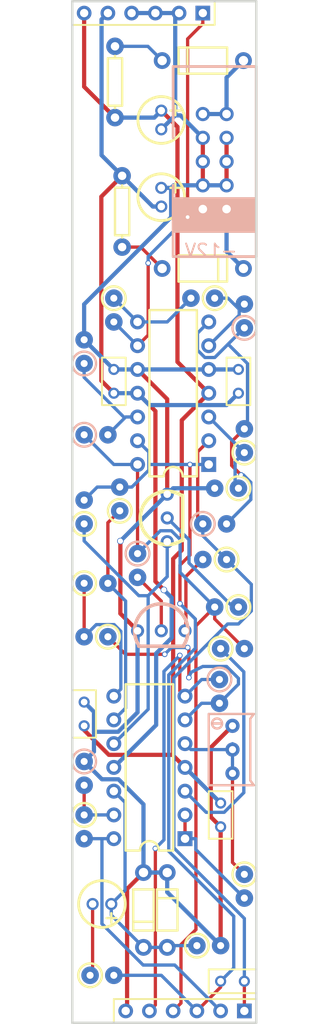
<source format=kicad_pcb>
(kicad_pcb (version 20171130) (host pcbnew "(5.1.5)-3") (page "A4") (layers (0 "F.Cu" signal) (31 "B.Cu" signal) (32 "B.Adhes" user) (33 "F.Adhes" user) (34 "B.Paste" user) (35 "F.Paste" user) (36 "B.SilkS" user) (37 "F.SilkS" user) (38 "B.Mask" user) (39 "F.Mask" user) (40 "Dwgs.User" user) (41 "Cmts.User" user) (42 "Eco1.User" user) (43 "Eco2.User" user) (44 "Edge.Cuts" user) (45 "Margin" user) (46 "B.CrtYd" user) (47 "F.CrtYd" user) (48 "B.Fab" user hide) (49 "F.Fab" user hide)) (net 0 "") (net 1 "+12V") (net 2 "-12V") (net 3 "CVIN") (net 4 "D3_1") (net 5 "D4_2") (net 6 "GND") (net 7 "P1_1") (net 8 "P1_5") (net 9 "Q1_1") (net 10 "Q2_2") (net 11 "R10_2") (net 12 "R11_2") (net 13 "R14_1") (net 14 "R15_2") (net 15 "R17_2") (net 16 "R19_2") (net 17 "R21_1") (net 18 "R22_2") (net 19 "R3_2") (net 20 "R6_1") (net 21 "R7_1") (net 22 "R9_1") (net 23 "RESETIN") (net 24 "SAW") (net 25 "SINE") (net 26 "SQR") (net 27 "TRI") (net 28 "U1_12") (net 29 "U1_13") (net 30 "U1_5") (net 31 "U1_6") (segment (start 9.525 186.944) (end 10.727 188.146) (width 0.35) (layer "B.Cu") (net 28)) (segment (start 10.727 188.146) (end 10.727 197.537) (width 0.35) (layer "B.Cu") (net 28)) (segment (start 10.727 197.537) (end 9.255 199.009) (width 0.35) (layer "B.Cu") (net 28)) (segment (start 18.415 203.454) (end 15.43 203.454) (width 0.35) (layer "B.Cu") (net 28)) (segment (start 15.43 203.454) (end 15.24 203.644) (width 0.35) (layer "B.Cu") (net 28)) (segment (start 15.24 203.644) (end 12.7 203.644) (width 0.35) (layer "B.Cu") (net 28)) (segment (start 12.7 203.644) (end 9.255 200.199) (width 0.35) (layer "B.Cu") (net 28)) (segment (start 9.255 200.199) (end 9.255 199.009) (width 0.35) (layer "B.Cu") (net 28)) (segment (start 19.685 141.859) (end 22.86 141.859) (width 0.45) (layer "B.Cu") (net 6)) (segment (start 21.59 122.174) (end 19.05 122.174) (width 0.45) (layer "B.Cu") (net 6)) (segment (start 13.97 103.759) (end 11.43 103.759) (width 0.45) (layer "B.Cu") (net 6)) (segment (start 16.51 103.759) (end 16.098 103.759) (width 0.45) (layer "B.Cu") (net 6)) (segment (start 16.098 103.759) (end 13.97 103.759) (width 0.45) (layer "B.Cu") (net 6)) (segment (start 15.24 195.644) (end 15.24 197.739) (width 0.45) (layer "B.Cu") (net 6)) (segment (start 15.24 197.739) (end 20.955 203.454) (width 0.45) (layer "B.Cu") (net 6)) (segment (start 9.525 141.859) (end 12.065 141.859) (width 0.45) (layer "B.Cu") (net 6)) (segment (start 12.065 141.859) (end 19.685 141.859) (width 0.45) (layer "B.Cu") (net 6)) (segment (start 6.35 138.684) (end 9.525 141.859) (width 0.45) (layer "B.Cu") (net 6)) (segment (start 7.4 180.594) (end 9.988 180.594) (width 0.45) (layer "B.Cu") (net 6)) (segment (start 9.988 180.594) (end 12.065 178.517) (width 0.45) (layer "B.Cu") (net 6)) (segment (start 12.065 178.517) (end 12.065 169.799) (width 0.45) (layer "B.Cu") (net 6)) (segment (start 6.35 183.769) (end 7.4 182.719) (width 0.45) (layer "B.Cu") (net 6)) (segment (start 7.4 182.719) (end 7.4 180.594) (width 0.45) (layer "B.Cu") (net 6)) (segment (start 7.4 180.594) (end 7.4 178.468) (width 0.45) (layer "B.Cu") (net 6)) (segment (start 7.4 178.468) (end 6.35 177.419) (width 0.45) (layer "B.Cu") (net 6)) (segment (start 19.05 117.094) (end 16.652 114.696) (width 0.45) (layer "B.Cu") (net 6)) (segment (start 16.652 114.696) (end 16.098 114.696) (width 0.45) (layer "B.Cu") (net 6)) (segment (start 16.098 103.759) (end 16.098 114.696) (width 0.45) (layer "B.Cu") (net 6)) (segment (start 16.098 114.696) (end 14.605 116.189) (width 0.45) (layer "B.Cu") (net 6)) (segment (start 15.658 122.444) (end 14.605 122.444) (width 0.45) (layer "B.Cu") (net 6)) (segment (start 15.658 122.444) (end 15.658 125.584) (width 0.45) (layer "B.Cu") (net 6)) (segment (start 15.658 125.584) (end 6.35 134.892) (width 0.45) (layer "B.Cu") (net 6)) (segment (start 6.35 134.892) (end 6.35 138.684) (width 0.45) (layer "B.Cu") (net 6)) (segment (start 19.05 122.174) (end 15.928 122.174) (width 0.45) (layer "B.Cu") (net 6)) (segment (start 15.928 122.174) (end 15.658 122.444) (width 0.45) (layer "B.Cu") (net 6)) (segment (start 20.32 154.559) (end 15.875 154.559) (width 0.45) (layer "B.Cu") (net 6)) (segment (start 15.875 154.559) (end 15.24 155.194) (width 0.45) (layer "B.Cu") (net 6)) (segment (start 15.24 155.194) (end 10.226 160.208) (width 0.45) (layer "B.Cu") (net 6)) (segment (start 15.24 195.644) (end 12.7 195.644) (width 0.45) (layer "B.Cu") (net 6)) (segment (start 12.7 195.644) (end 12.7 188.348) (width 0.45) (layer "B.Cu") (net 6)) (segment (start 12.7 188.348) (end 10.025 185.674) (width 0.45) (layer "B.Cu") (net 6)) (segment (start 10.025 185.674) (end 8.255 185.674) (width 0.45) (layer "B.Cu") (net 6)) (segment (start 8.255 185.674) (end 6.35 183.769) (width 0.45) (layer "B.Cu") (net 6)) (segment (start 6.35 155.829) (end 7.747 154.432) (width 0.35) (layer "B.Cu") (net 27)) (segment (start 7.747 154.432) (end 10.16 154.432) (width 0.35) (layer "B.Cu") (net 27)) (segment (start 9.525 206.629) (end 14.605 206.629) (width 0.35) (layer "B.Cu") (net 27)) (segment (start 14.605 206.629) (end 18.415 210.439) (width 0.35) (layer "B.Cu") (net 27)) (segment (start 19.685 152.019) (end 18.534 152.019) (width 0.35) (layer "B.Cu") (net 27)) (segment (start 12.065 149.479) (end 13.271 150.685) (width 0.35) (layer "B.Cu") (net 27)) (segment (start 13.271 150.685) (end 13.271 152.019) (width 0.35) (layer "B.Cu") (net 27)) (segment (start 13.271 152.019) (end 13.271 152.618) (width 0.35) (layer "B.Cu") (net 27)) (segment (start 13.271 152.618) (end 11.457 154.432) (width 0.35) (layer "B.Cu") (net 27)) (segment (start 11.457 154.432) (end 10.16 154.432) (width 0.35) (layer "B.Cu") (net 27)) (segment (start 17.674 152.019) (end 18.534 152.019) (width 0.35) (layer "B.Cu") (net 27)) (segment (start 13.271 152.019) (end 17.674 152.019) (width 0.35) (layer "B.Cu") (net 27)) (segment (start 20.955 207.264) (end 22.36 205.858) (width 0.35) (layer "B.Cu") (net 27)) (segment (start 22.36 205.858) (end 22.36 200.316) (width 0.35) (layer "B.Cu") (net 27)) (segment (start 22.36 200.316) (end 15.404 193.36) (width 0.35) (layer "B.Cu") (net 27)) (segment (start 15.404 193.36) (end 15.404 174.519) (width 0.35) (layer "B.Cu") (net 27)) (segment (start 15.404 174.519) (end 18.251 171.672) (width 0.35) (layer "B.Cu") (net 27)) (segment (start 18.251 171.672) (end 18.251 168.541) (width 0.35) (layer "B.Cu") (net 27)) (segment (start 18.251 168.541) (end 16.603 166.893) (width 0.35) (layer "B.Cu") (net 27)) (segment (start 9.652 107.315) (end 13.176 107.315) (width 0.35) (layer "B.Cu") (net 4)) (segment (start 13.176 107.315) (end 14.7 108.839) (width 0.35) (layer "B.Cu") (net 4)) (segment (start 19.05 114.554) (end 21.59 114.554) (width 0.45) (layer "B.Cu") (net 7)) (segment (start 21.59 114.554) (end 21.59 110.649) (width 0.45) (layer "B.Cu") (net 7)) (segment (start 21.59 110.649) (end 23.4 108.839) (width 0.45) (layer "B.Cu") (net 7)) (segment (start 19.05 124.714) (end 21.59 124.714) (width 0.45) (layer "B.Cu") (net 8)) (segment (start 21.59 124.714) (end 21.59 129.254) (width 0.45) (layer "B.Cu") (net 8)) (segment (start 21.59 129.254) (end 23.4 131.064) (width 0.45) (layer "B.Cu") (net 8)) (segment (start 12.065 139.319) (end 9.525 136.779) (width 0.35) (layer "B.Cu") (net 3)) (segment (start 17.424 125.572) (end 13.202 129.794) (width 0.35) (layer "B.Cu") (net 3)) (segment (start 13.202 129.794) (end 13.202 130.487) (width 0.35) (layer "B.Cu") (net 3)) (segment (start 17.145 176.784) (end 18.923 175.006) (width 0.35) (layer "B.Cu") (net 24)) (segment (start 18.923 175.006) (end 20.828 175.006) (width 0.35) (layer "B.Cu") (net 24)) (segment (start 16.588 172.434) (end 14.892 174.13) (width 0.35) (layer "B.Cu") (net 24)) (segment (start 14.892 174.13) (end 14.892 192.149) (width 0.35) (layer "B.Cu") (net 24)) (segment (start 14.892 192.149) (end 13.97 193.071) (width 0.35) (layer "B.Cu") (net 24)) (segment (start 12.065 152.019) (end 9.525 152.019) (width 0.35) (layer "B.Cu") (net 26)) (segment (start 9.525 152.019) (end 6.35 148.844) (width 0.35) (layer "B.Cu") (net 26)) (segment (start 20.32 167.259) (end 16.62 163.558) (width 0.35) (layer "B.Cu") (net 26)) (segment (start 16.62 163.558) (end 16.62 160.03) (width 0.35) (layer "B.Cu") (net 26)) (segment (start 16.62 160.03) (end 15.693 159.104) (width 0.35) (layer "B.Cu") (net 26)) (segment (start 15.693 159.104) (end 14.505 159.104) (width 0.35) (layer "B.Cu") (net 26)) (segment (start 14.505 159.104) (end 12.065 161.544) (width 0.35) (layer "B.Cu") (net 26)) (segment (start 9.525 192.024) (end 8.255 192.024) (width 0.35) (layer "B.Cu") (net 25)) (segment (start 8.255 192.024) (end 6.35 192.024) (width 0.35) (layer "B.Cu") (net 25)) (segment (start 8.255 192.024) (end 8.255 201.125) (width 0.35) (layer "B.Cu") (net 25)) (segment (start 8.255 201.125) (end 12.663 205.533) (width 0.35) (layer "B.Cu") (net 25)) (segment (start 12.663 205.533) (end 16.049 205.533) (width 0.35) (layer "B.Cu") (net 25)) (segment (start 16.049 205.533) (end 20.955 210.439) (width 0.35) (layer "B.Cu") (net 25)) (segment (start 22.86 167.259) (end 22.279 167.259) (width 0.35) (layer "B.Cu") (net 10)) (segment (start 22.279 167.259) (end 17.571 162.551) (width 0.35) (layer "B.Cu") (net 10)) (segment (start 17.571 162.551) (end 17.571 160.065) (width 0.35) (layer "B.Cu") (net 10)) (segment (start 17.571 160.065) (end 15.24 157.734) (width 0.35) (layer "B.Cu") (net 10)) (segment (start 9.525 189.484) (end 6.35 189.484) (width 0.35) (layer "B.Cu") (net 29)) (segment (start 12.065 136.779) (end 9.525 134.239) (width 0.35) (layer "B.Cu") (net 21)) (segment (start 17.78 134.239) (end 15.24 136.779) (width 0.35) (layer "B.Cu") (net 21)) (segment (start 15.24 136.779) (end 12.065 136.779) (width 0.35) (layer "B.Cu") (net 21)) (segment (start 22.942 135.427) (end 23.495 134.874) (width 0.35) (layer "B.Cu") (net 20)) (segment (start 20.32 134.239) (end 21.754 134.239) (width 0.35) (layer "B.Cu") (net 20)) (segment (start 21.754 134.239) (end 22.942 135.427) (width 0.35) (layer "B.Cu") (net 20)) (segment (start 22.942 135.427) (end 22.942 136.062) (width 0.35) (layer "B.Cu") (net 20)) (segment (start 22.942 136.062) (end 19.685 139.319) (width 0.35) (layer "B.Cu") (net 20)) (segment (start 19.685 146.939) (end 23.495 150.749) (width 0.35) (layer "B.Cu") (net 12)) (segment (start 23.495 150.749) (end 22.505 151.739) (width 0.35) (layer "B.Cu") (net 12)) (segment (start 22.505 151.739) (end 22.505 154.204) (width 0.35) (layer "B.Cu") (net 12)) (segment (start 22.505 154.204) (end 22.86 154.559) (width 0.35) (layer "B.Cu") (net 12)) (segment (start 10.689 147.045) (end 8.89 148.844) (width 0.35) (layer "B.Cu") (net 11)) (segment (start 12.065 146.939) (end 10.795 146.939) (width 0.35) (layer "B.Cu") (net 11)) (segment (start 10.795 146.939) (end 10.689 147.045) (width 0.35) (layer "B.Cu") (net 11)) (segment (start 10.689 147.045) (end 6.35 142.706) (width 0.35) (layer "B.Cu") (net 11)) (segment (start 6.35 142.706) (end 6.35 141.224) (width 0.35) (layer "B.Cu") (net 11)) (segment (start 6.35 170.434) (end 7.648 169.136) (width 0.35) (layer "B.Cu") (net 14)) (segment (start 7.648 169.136) (end 9.558 169.136) (width 0.35) (layer "B.Cu") (net 14)) (segment (start 9.558 169.136) (end 10.276 169.854) (width 0.35) (layer "B.Cu") (net 14)) (segment (start 10.276 169.854) (end 10.276 176.033) (width 0.35) (layer "B.Cu") (net 14)) (segment (start 10.276 176.033) (end 9.525 176.784) (width 0.35) (layer "B.Cu") (net 14)) (segment (start 9.525 179.324) (end 10.788 178.061) (width 0.35) (layer "B.Cu") (net 15)) (segment (start 10.788 178.061) (end 10.788 166.617) (width 0.35) (layer "B.Cu") (net 15)) (segment (start 10.788 166.617) (end 8.89 164.719) (width 0.35) (layer "B.Cu") (net 15)) (segment (start 17.145 179.324) (end 18.923 177.546) (width 0.35) (layer "B.Cu") (net 31)) (segment (start 18.923 177.546) (end 20.828 177.546) (width 0.35) (layer "B.Cu") (net 31)) (segment (start 14.972 172.31) (end 15.695 171.587) (width 0.35) (layer "B.Cu") (net 31)) (segment (start 15.695 171.587) (end 17.427 171.587) (width 0.35) (layer "B.Cu") (net 31)) (segment (start 17.145 181.864) (end 17.78 182.499) (width 0.35) (layer "B.Cu") (net 30)) (segment (start 17.78 182.499) (end 22.225 182.499) (width 0.35) (layer "B.Cu") (net 30)) (segment (start 22.225 185.039) (end 22.225 181.864) (width 0.35) (layer "B.Cu") (net 30)) (segment (start 18.296 192.024) (end 18.296 193.175) (width 0.35) (layer "B.Cu") (net 17)) (segment (start 18.296 193.175) (end 23.495 198.374) (width 0.35) (layer "B.Cu") (net 17)) (segment (start 17.145 192.024) (end 18.296 192.024) (width 0.35) (layer "B.Cu") (net 17)) (segment (start 17.145 186.944) (end 19.406 189.205) (width 0.35) (layer "B.Cu") (net 18)) (segment (start 19.406 189.205) (end 21.334 189.205) (width 0.35) (layer "B.Cu") (net 18)) (segment (start 21.334 189.205) (end 23.438 187.101) (width 0.35) (layer "B.Cu") (net 18)) (segment (start 23.438 187.101) (end 23.438 174.187) (width 0.35) (layer "B.Cu") (net 18)) (segment (start 23.438 174.187) (end 20.955 171.704) (width 0.35) (layer "B.Cu") (net 18)) (segment (start 19.685 136.779) (end 18.48 137.984) (width 0.35) (layer "B.Cu") (net 22)) (segment (start 18.48 137.984) (end 18.48 139.793) (width 0.35) (layer "B.Cu") (net 22)) (segment (start 18.48 139.793) (end 19.27 140.583) (width 0.35) (layer "B.Cu") (net 22)) (segment (start 19.27 140.583) (end 20.326 140.583) (width 0.35) (layer "B.Cu") (net 22)) (segment (start 20.326 140.583) (end 21.755 139.154) (width 0.35) (layer "B.Cu") (net 22)) (segment (start 21.755 139.154) (end 23.495 137.414) (width 0.35) (layer "B.Cu") (net 22)) (segment (start 21.755 139.154) (end 23.832 141.231) (width 0.35) (layer "B.Cu") (net 22)) (segment (start 23.832 141.231) (end 23.832 147.872) (width 0.35) (layer "B.Cu") (net 22)) (segment (start 23.832 147.872) (end 23.495 148.209) (width 0.35) (layer "B.Cu") (net 22)) (segment (start 23.142 153.134) (end 23.391 153.134) (width 0.35) (layer "B.Cu") (net 22)) (segment (start 23.391 153.134) (end 24.19 153.933) (width 0.35) (layer "B.Cu") (net 22)) (segment (start 24.19 153.933) (end 24.19 155.769) (width 0.35) (layer "B.Cu") (net 22)) (segment (start 24.19 155.769) (end 21.59 158.369) (width 0.35) (layer "B.Cu") (net 22)) (segment (start 9.525 181.864) (end 13.2 178.189) (width 0.35) (layer "B.Cu") (net 16)) (segment (start 13.2 178.189) (end 13.2 166.049) (width 0.35) (layer "B.Cu") (net 16)) (segment (start 6.35 158.369) (end 6.35 160.194) (width 0.35) (layer "B.Cu") (net 16)) (segment (start 6.35 160.194) (end 12.205 166.049) (width 0.35) (layer "B.Cu") (net 16)) (segment (start 12.205 166.049) (end 13.2 166.049) (width 0.35) (layer "B.Cu") (net 16)) (segment (start 15.24 160.274) (end 15.24 164.009) (width 0.35) (layer "B.Cu") (net 16)) (segment (start 15.24 164.009) (end 13.2 166.049) (width 0.35) (layer "B.Cu") (net 16)) (segment (start 21.59 162.179) (end 19.05 159.639) (width 0.35) (layer "B.Cu") (net 23)) (segment (start 19.05 159.639) (end 19.05 158.369) (width 0.35) (layer "B.Cu") (net 23)) (segment (start 23.495 207.264) (end 23.495 200.551) (width 0.35) (layer "B.Cu") (net 23)) (segment (start 23.495 200.551) (end 15.949 193.005) (width 0.35) (layer "B.Cu") (net 23)) (segment (start 15.949 193.005) (end 15.949 174.824) (width 0.35) (layer "B.Cu") (net 23)) (segment (start 15.949 174.824) (end 21.704 169.07) (width 0.35) (layer "B.Cu") (net 23)) (segment (start 21.704 169.07) (end 22.856 169.07) (width 0.35) (layer "B.Cu") (net 23)) (segment (start 22.856 169.07) (end 24.241 167.685) (width 0.35) (layer "B.Cu") (net 23)) (segment (start 24.241 167.685) (end 24.241 164.829) (width 0.35) (layer "B.Cu") (net 23)) (segment (start 24.241 164.829) (end 21.59 162.179) (width 0.35) (layer "B.Cu") (net 23)) (segment (start 10.414 121.158) (end 8.212 118.956) (width 0.45) (layer "B.Cu") (net 2)) (segment (start 8.212 118.956) (end 8.212 104.437) (width 0.45) (layer "B.Cu") (net 2)) (segment (start 8.212 104.437) (end 8.89 103.759) (width 0.45) (layer "B.Cu") (net 2)) (segment (start 9.525 144.399) (end 12.065 144.399) (width 0.45) (layer "B.Cu") (net 2)) (segment (start 12.065 144.399) (end 13.335 145.669) (width 0.45) (layer "B.Cu") (net 2)) (segment (start 13.335 145.669) (end 21.59 145.669) (width 0.45) (layer "B.Cu") (net 2)) (segment (start 21.59 145.669) (end 22.86 144.399) (width 0.45) (layer "B.Cu") (net 2)) (segment (start 14.605 124.444) (end 13.7 124.444) (width 0.45) (layer "B.Cu") (net 2)) (segment (start 13.7 124.444) (end 10.414 121.158) (width 0.45) (layer "B.Cu") (net 2)) (segment (start 14.883 165.429) (end 15.714 166.26) (width 0.45) (layer "B.Cu") (net 2)) (segment (start 15.714 166.26) (end 15.714 170.559) (width 0.45) (layer "B.Cu") (net 2)) (segment (start 15.714 170.559) (end 14.058 172.215) (width 0.45) (layer "B.Cu") (net 2)) (segment (start 14.058 172.215) (end 14.058 179.871) (width 0.45) (layer "B.Cu") (net 2)) (segment (start 14.058 179.871) (end 9.525 184.404) (width 0.45) (layer "B.Cu") (net 2)) (segment (start 17.145 184.404) (end 20.955 188.214) (width 0.45) (layer "B.Cu") (net 1)) (segment (start 14.605 114.189) (end 13.859 114.935) (width 0.45) (layer "B.Cu") (net 1)) (segment (start 13.859 114.935) (end 9.652 114.935) (width 0.45) (layer "B.Cu") (net 1)) (segment (start 20.828 177.546) (end 22.86 175.514) (width 0.35) (layer "B.Cu") (net 31)) (segment (start 22.86 175.514) (end 22.86 174.879) (width 0.35) (layer "B.Cu") (net 31)) (segment (start 22.86 174.879) (end 21.59 173.609) (width 0.35) (layer "B.Cu") (net 31)) (segment (start 21.59 173.609) (end 19.05 173.609) (width 0.35) (layer "B.Cu") (net 31)) (segment (start 19.05 173.609) (end 17.78 174.244) (width 0.35) (layer "B.Cu") (net 31)) (segment (start 17.78 174.244) (end 17.557 174.803) (width 0.35) (layer "B.Cu") (net 31)) (gr_line (start 5.08 102.489) (end 24.77 102.489) (width 0.254) (layer "Edge.Cuts")) (gr_line (start 24.77 102.489) (end 24.77 211.709) (width 0.254) (layer "Edge.Cuts")) (gr_line (start 24.77 211.709) (end 5.08 211.709) (width 0.254) (layer "Edge.Cuts")) (gr_line (start 5.08 211.709) (end 5.08 102.489) (width 0.254) (layer "Edge.Cuts")) (segment (start 6.985 206.629) (end 7.255 206.359) (width 0.35) (layer "F.Cu") (net 19)) (segment (start 7.255 206.359) (end 7.255 199.009) (width 0.35) (layer "F.Cu") (net 19)) (segment (start 10.414 128.778) (end 12.414 128.778) (width 0.35) (layer "F.Cu") (net 5)) (segment (start 12.414 128.778) (end 14.7 131.064) (width 0.35) (layer "F.Cu") (net 5)) (segment (start 17.145 169.799) (end 17.24 169.704) (width 0.35) (layer "F.Cu") (net 9)) (segment (start 17.24 169.704) (end 17.24 163.989) (width 0.35) (layer "F.Cu") (net 9)) (segment (start 17.24 163.989) (end 19.05 162.179) (width 0.35) (layer "F.Cu") (net 9)) (segment (start 12.065 164.084) (end 14.605 166.624) (width 0.35) (layer "F.Cu") (net 13)) (segment (start 14.605 166.624) (end 14.605 169.799) (width 0.35) (layer "F.Cu") (net 13)) (segment (start 20.955 203.454) (end 20.955 190.754) (width 0.45) (layer "F.Cu") (net 6)) (segment (start 19.05 122.174) (end 19.05 119.634) (width 0.45) (layer "F.Cu") (net 6)) (segment (start 19.05 119.634) (end 19.05 117.094) (width 0.45) (layer "F.Cu") (net 6)) (segment (start 21.59 122.174) (end 21.59 119.634) (width 0.45) (layer "F.Cu") (net 6)) (segment (start 21.59 119.634) (end 21.59 117.094) (width 0.45) (layer "F.Cu") (net 6)) (segment (start 10.795 210.439) (end 10.947 210.287) (width 0.45) (layer "F.Cu") (net 6)) (segment (start 10.947 210.287) (end 10.947 197.397) (width 0.45) (layer "F.Cu") (net 6)) (segment (start 10.947 197.397) (end 12.7 195.644) (width 0.45) (layer "F.Cu") (net 6)) (segment (start 12.065 141.859) (end 15.24 145.034) (width 0.45) (layer "F.Cu") (net 6)) (segment (start 15.24 145.034) (end 15.24 155.194) (width 0.45) (layer "F.Cu") (net 6)) (segment (start 22.225 179.959) (end 19.901 182.283) (width 0.45) (layer "F.Cu") (net 6)) (segment (start 19.901 182.283) (end 19.901 189.7) (width 0.45) (layer "F.Cu") (net 6)) (segment (start 19.901 189.7) (end 20.955 190.754) (width 0.45) (layer "F.Cu") (net 6)) (segment (start 12.065 169.799) (end 10.226 167.959) (width 0.45) (layer "F.Cu") (net 6)) (segment (start 10.226 167.959) (end 10.226 160.208) (width 0.45) (layer "F.Cu") (net 6)) (segment (start 18.415 210.439) (end 20.955 207.899) (width 0.35) (layer "F.Cu") (net 27)) (segment (start 20.955 207.899) (end 20.955 207.264) (width 0.35) (layer "F.Cu") (net 27)) (segment (start 17.674 152.019) (end 17.674 161.708) (width 0.35) (layer "F.Cu") (net 27)) (segment (start 17.674 161.708) (end 16.603 162.779) (width 0.35) (layer "F.Cu") (net 27)) (segment (start 16.603 162.779) (end 16.603 166.893) (width 0.35) (layer "F.Cu") (net 27)) (segment (start 19.05 103.759) (end 19.05 104.897) (width 0.35) (layer "F.Cu") (net 3)) (segment (start 19.05 104.897) (end 17.424 106.523) (width 0.35) (layer "F.Cu") (net 3)) (segment (start 17.424 106.523) (end 17.424 125.572) (width 0.35) (layer "F.Cu") (net 3)) (segment (start 12.065 139.319) (end 13.202 138.182) (width 0.35) (layer "F.Cu") (net 3)) (segment (start 13.202 138.182) (end 13.202 130.487) (width 0.35) (layer "F.Cu") (net 3)) (segment (start 13.97 193.071) (end 13.97 209.804) (width 0.35) (layer "F.Cu") (net 24)) (segment (start 13.97 209.804) (end 13.335 210.439) (width 0.35) (layer "F.Cu") (net 24)) (segment (start 17.145 176.784) (end 16.589 176.227) (width 0.35) (layer "F.Cu") (net 24)) (segment (start 16.589 176.227) (end 16.589 172.434) (width 0.35) (layer "F.Cu") (net 24)) (segment (start 16.589 172.434) (end 16.588 172.434) (width 0.35) (layer "F.Cu") (net 24)) (segment (start 12.065 161.544) (end 12.065 152.019) (width 0.35) (layer "F.Cu") (net 26)) (segment (start 15.875 210.439) (end 16.713 209.601) (width 0.35) (layer "F.Cu") (net 26)) (segment (start 16.713 209.601) (end 16.713 203.345) (width 0.35) (layer "F.Cu") (net 26)) (segment (start 16.713 203.345) (end 18.314 201.744) (width 0.35) (layer "F.Cu") (net 26)) (segment (start 18.314 201.744) (end 18.314 169.264) (width 0.35) (layer "F.Cu") (net 26)) (segment (start 18.314 169.264) (end 20.32 167.259) (width 0.35) (layer "F.Cu") (net 26)) (segment (start 23.495 171.704) (end 20.32 168.529) (width 0.35) (layer "F.Cu") (net 26)) (segment (start 20.32 168.529) (end 20.32 167.259) (width 0.35) (layer "F.Cu") (net 26)) (segment (start 6.35 189.484) (end 6.35 186.309) (width 0.35) (layer "F.Cu") (net 29)) (segment (start 6.35 170.434) (end 6.35 164.719) (width 0.35) (layer "F.Cu") (net 14)) (segment (start 10.16 156.972) (end 8.89 158.242) (width 0.35) (layer "F.Cu") (net 15)) (segment (start 8.89 158.242) (end 8.89 164.719) (width 0.35) (layer "F.Cu") (net 15)) (segment (start 14.972 172.31) (end 10.767 172.31) (width 0.35) (layer "F.Cu") (net 31)) (segment (start 10.767 172.31) (end 8.89 170.434) (width 0.35) (layer "F.Cu") (net 31)) (segment (start 17.558 174.802) (end 17.558 171.718) (width 0.35) (layer "F.Cu") (net 31)) (segment (start 17.558 171.718) (end 17.427 171.587) (width 0.35) (layer "F.Cu") (net 31)) (segment (start 22.225 185.039) (end 22.225 194.564) (width 0.35) (layer "F.Cu") (net 30)) (segment (start 22.225 194.564) (end 23.495 195.834) (width 0.35) (layer "F.Cu") (net 30)) (segment (start 17.145 189.484) (end 17.145 192.024) (width 0.35) (layer "F.Cu") (net 17)) (segment (start 23.495 148.209) (end 22.133 149.571) (width 0.35) (layer "F.Cu") (net 22)) (segment (start 22.133 149.571) (end 22.133 152.124) (width 0.35) (layer "F.Cu") (net 22)) (segment (start 22.133 152.124) (end 23.142 153.134) (width 0.35) (layer "F.Cu") (net 22)) (segment (start 23.495 210.439) (end 23.495 207.264) (width 0.35) (layer "F.Cu") (net 23)) (segment (start 19.685 149.479) (end 18.502 150.662) (width 0.35) (layer "F.Cu") (net 23)) (segment (start 18.502 150.662) (end 18.502 157.821) (width 0.35) (layer "F.Cu") (net 23)) (segment (start 18.502 157.821) (end 19.05 158.369) (width 0.35) (layer "F.Cu") (net 23)) (segment (start 9.525 144.399) (end 8.189 143.063) (width 0.45) (layer "F.Cu") (net 2)) (segment (start 8.189 143.063) (end 8.189 123.383) (width 0.45) (layer "F.Cu") (net 2)) (segment (start 8.189 123.383) (end 10.414 121.158) (width 0.45) (layer "F.Cu") (net 2)) (segment (start 12.065 144.399) (end 13.978 146.312) (width 0.45) (layer "F.Cu") (net 2)) (segment (start 13.978 146.312) (end 13.978 164.523) (width 0.45) (layer "F.Cu") (net 2)) (segment (start 13.978 164.523) (end 14.883 165.429) (width 0.45) (layer "F.Cu") (net 2)) (segment (start 6.35 103.759) (end 6.35 111.633) (width 0.45) (layer "F.Cu") (net 1)) (segment (start 6.35 111.633) (end 9.652 114.935) (width 0.45) (layer "F.Cu") (net 1)) (segment (start 14.605 114.189) (end 16.336 115.92) (width 0.45) (layer "F.Cu") (net 1)) (segment (start 16.336 115.92) (end 16.336 141.05) (width 0.45) (layer "F.Cu") (net 1)) (segment (start 16.336 141.05) (end 19.685 144.399) (width 0.45) (layer "F.Cu") (net 1)) (segment (start 6.35 179.959) (end 6.35 180.416) (width 0.45) (layer "F.Cu") (net 1)) (segment (start 6.35 180.416) (end 8.993 183.06) (width 0.45) (layer "F.Cu") (net 1)) (segment (start 8.993 183.06) (end 15.875 183.06) (width 0.45) (layer "F.Cu") (net 1)) (segment (start 15.875 183.06) (end 15.875 183.134) (width 0.45) (layer "F.Cu") (net 1)) (segment (start 15.875 183.134) (end 17.145 184.404) (width 0.45) (layer "F.Cu") (net 1)) (segment (start 19.685 144.399) (end 16.796 147.288) (width 0.45) (layer "F.Cu") (net 1)) (segment (start 16.796 147.288) (end 16.796 161.178) (width 0.45) (layer "F.Cu") (net 1)) (segment (start 16.796 161.178) (end 15.875 162.099) (width 0.45) (layer "F.Cu") (net 1)) (segment (start 15.875 162.099) (end 15.875 183.06) (width 0.45) (layer "F.Cu") (net 1)) (module "easyeda:CAP-TH_BD5.0-P2.00-D0.8-FD" (layer "F.Cu") (at 8.255 199.009 180) (fp_text value "10uF" (at 1.3 0.82 0) (layer "F.Fab") (effects (font (size 0.9 0.9) (thickness 0.152)) (justify left))) (fp_text reference "C1" (at -0.222 -2.794 180) (layer "F.SilkS") hide (effects (font (size 1.143 1.143) (thickness 0.152)) (justify left))) (fp_line (start -1.516 -1.5) (end -0.5 -1.5) (width 0.254) (layer "F.SilkS")) (fp_line (start -1 -2) (end -1 -0.984) (width 0.254) (layer "F.SilkS")) (fp_circle (center 0 0) (end 2.5 0) (layer "F.SilkS") (width 0.3)) (fp_poly (pts (xy -1.969 -1.206) (xy -1.08 -1.206) (xy -1.08 -1.079) (xy -1.969 -1.079)) (layer "Cmts.User") (width 0)) (fp_poly (pts (xy -1.588 -0.698) (xy -1.588 -1.587) (xy -1.461 -1.587) (xy -1.461 -0.698)) (layer "Cmts.User") (width 0)) (fp_poly (pts (xy 1.016 -1.143) (xy 1.905 -1.143) (xy 1.905 -1.016) (xy 1.016 -1.016)) (layer "Cmts.User") (width 0)) (pad 1 thru_hole circle (at -1 0 180) (size 1.3 1.3) (layers "*.Cu" "*.Paste" "*.Mask") (drill 0.8) (net 28 "U1_12")) (pad 2 thru_hole circle (at 1 0 180) (size 1.3 1.3) (layers "*.Cu" "*.Paste" "*.Mask") (drill 0.8) (net 19 "R3_2")) (fp_text user ggea87bdf024b6beea1 (at 0 0) (layer "Cmts.User") (effects (font (size 1 1) (thickness 0.15))))) (module "easyeda:CAP-TH_BD5.0-P2.00-D0.8-FD" (layer "F.Cu") (at 14.605 115.189 -90) (fp_text value "10uF" (at 0.762 0.889 90) (layer "F.Fab") (effects (font (size 0.8 0.8) (thickness 0.152)) (justify left))) (fp_text reference "C4" (at -0.222 -2.794 -90) (layer "F.SilkS") hide (effects (font (size 1.143 1.143) (thickness 0.152)) (justify left))) (fp_line (start -1.516 -1.5) (end -0.5 -1.5) (width 0.254) (layer "F.SilkS")) (fp_line (start -1 -2) (end -1 -0.984) (width 0.254) (layer "F.SilkS")) (fp_circle (center 0 0) (end 2.5 0) (layer "F.SilkS") (width 0.3)) (fp_poly (pts (xy -1.969 -1.207) (xy -1.08 -1.207) (xy -1.08 -1.079) (xy -1.969 -1.079)) (layer "Cmts.User") (width 0)) (fp_poly (pts (xy -1.588 -0.698) (xy -1.588 -1.587) (xy -1.461 -1.587) (xy -1.46 -0.698)) (layer "Cmts.User") (width 0)) (fp_poly (pts (xy 1.016 -1.143) (xy 1.905 -1.143) (xy 1.905 -1.016) (xy 1.016 -1.016)) (layer "Cmts.User") (width 0)) (pad 1 thru_hole circle (at -1 0 -90) (size 1.3 1.3) (layers "*.Cu" "*.Paste" "*.Mask") (drill 0.8) (net 1 "+12V")) (pad 2 thru_hole circle (at 1 0 -90) (size 1.3 1.3) (layers "*.Cu" "*.Paste" "*.Mask") (drill 0.8) (net 6 "GND")) (fp_text user gge212f14169a0d32c0 (at 0 0) (layer "Cmts.User") (effects (font (size 1 1) (thickness 0.15))))) (module "easyeda:CAP-TH_BD5.0-P2.00-D0.8-FD" (layer "F.Cu") (at 14.605 123.444 -90) (fp_text value "10uF" (at 1.016 0.889 90) (layer "F.Fab") (effects (font (size 0.8 0.8) (thickness 0.152)) (justify left))) (fp_text reference "C8" (at -0.222 -2.794 -90) (layer "F.SilkS") hide (effects (font (size 1.143 1.143) (thickness 0.152)) (justify left))) (fp_line (start -1.516 -1.5) (end -0.5 -1.5) (width 0.254) (layer "F.SilkS")) (fp_line (start -1 -2) (end -1 -0.984) (width 0.254) (layer "F.SilkS")) (fp_circle (center 0 0) (end 2.5 0) (layer "F.SilkS") (width 0.3)) (fp_poly (pts (xy -1.969 -1.207) (xy -1.08 -1.207) (xy -1.08 -1.079) (xy -1.969 -1.079)) (layer "Cmts.User") (width 0)) (fp_poly (pts (xy -1.588 -0.698) (xy -1.588 -1.587) (xy -1.461 -1.587) (xy -1.46 -0.698)) (layer "Cmts.User") (width 0)) (fp_poly (pts (xy 1.016 -1.143) (xy 1.905 -1.143) (xy 1.905 -1.016) (xy 1.016 -1.016)) (layer "Cmts.User") (width 0)) (pad 1 thru_hole circle (at -1 0 -90) (size 1.3 1.3) (layers "*.Cu" "*.Paste" "*.Mask") (drill 0.8) (net 6 "GND")) (pad 2 thru_hole circle (at 1 0 -90) (size 1.3 1.3) (layers "*.Cu" "*.Paste" "*.Mask") (drill 0.8) (net 2 "-12V")) (fp_text user gge527debad8a64020d (at 0 0) (layer "Cmts.User") (effects (font (size 1 1) (thickness 0.15))))) (module "easyeda:RAD-0.1" (layer "F.Cu") (at 22.225 207.264 0) (fp_text value "0.1uf" (at -0.762 -1.524 0) (layer "F.Fab") (effects (font (size 0.9 0.9) (thickness 0.152)) (justify left))) (fp_text reference "C2" (at -0.254 -1.524 0) (layer "F.SilkS") hide (effects (font (size 1.143 1.143) (thickness 0.152)) (justify left))) (fp_line (start 2.537 -1.267) (end -2.543 -1.267) (width 0.201) (layer "F.SilkS")) (fp_line (start -2.543 -1.267) (end -2.543 1.273) (width 0.201) (layer "F.SilkS")) (fp_line (start -2.543 1.273) (end 2.537 1.273) (width 0.201) (layer "F.SilkS")) (fp_line (start 2.537 1.273) (end 2.537 -1.267) (width 0.201) (layer "F.SilkS")) (pad 1 thru_hole circle (at -1.27 0 0) (size 1.194 1.194) (layers "*.Cu" "*.Paste" "*.Mask") (drill oval 0.711 0.716) (net 27 "TRI")) (pad 2 thru_hole circle (at 1.27 0 0) (size 1.194 1.194) (layers "*.Cu" "*.Paste" "*.Mask") (drill oval 0.711 0.716) (net 23 "RESETIN")) (fp_text user gge4b0dd1ab81dd2e21 (at 0 0) (layer "Cmts.User") (effects (font (size 1 1) (thickness 0.15))))) (module "easyeda:RAD-0.1" (layer "F.Cu") (at 20.955 189.484 90) (fp_text value "0.1uf" (at -1.27 -1.27 90) (layer "F.Fab") (effects (font (size 0.9 0.9) (thickness 0.152)) (justify left))) (fp_text reference "C3" (at -0.229 -1.854 90) (layer "F.SilkS") hide (effects (font (size 1.143 1.143) (thickness 0.152)) (justify left))) (fp_line (start 2.537 -1.267) (end -2.543 -1.267) (width 0.201) (layer "F.SilkS")) (fp_line (start -2.543 -1.267) (end -2.543 1.273) (width 0.201) (layer "F.SilkS")) (fp_line (start -2.543 1.273) (end 2.537 1.273) (width 0.201) (layer "F.SilkS")) (fp_line (start 2.537 1.273) (end 2.537 -1.267) (width 0.201) (layer "F.SilkS")) (pad 1 thru_hole circle (at -1.27 0 90) (size 1.194 1.194) (layers "*.Cu" "*.Paste" "*.Mask") (drill 0.711) (net 6 "GND")) (pad 2 thru_hole circle (at 1.27 0 90) (size 1.194 1.194) (layers "*.Cu" "*.Paste" "*.Mask") (drill 0.711) (net 1 "+12V")) (fp_text user ggeee07183ca1aa519c (at 0 0) (layer "Cmts.User") (effects (font (size 1 1) (thickness 0.15))))) (module "easyeda:RAD-0.1" (layer "F.Cu") (at 6.35 178.689 -90) (fp_text value "0.1uf" (at -2.667 1.27 0) (layer "F.Fab") (effects (font (size 0.9 0.9) (thickness 0.152)) (justify left))) (fp_text reference "C6" (at -0.228 -1.854 -90) (layer "F.SilkS") hide (effects (font (size 1.143 1.143) (thickness 0.152)) (justify left))) (fp_line (start 2.537 -1.267) (end -2.543 -1.267) (width 0.201) (layer "F.SilkS")) (fp_line (start -2.543 -1.267) (end -2.543 1.273) (width 0.201) (layer "F.SilkS")) (fp_line (start -2.543 1.273) (end 2.537 1.273) (width 0.201) (layer "F.SilkS")) (fp_line (start 2.537 1.273) (end 2.537 -1.267) (width 0.201) (layer "F.SilkS")) (pad 1 thru_hole circle (at -1.27 0 -90) (size 1.194 1.194) (layers "*.Cu" "*.Paste" "*.Mask") (drill 0.711) (net 6 "GND")) (pad 2 thru_hole circle (at 1.27 0 -90) (size 1.194 1.194) (layers "*.Cu" "*.Paste" "*.Mask") (drill 0.711) (net 1 "+12V")) (fp_text user ggec036897558265d12 (at 0 0) (layer "Cmts.User") (effects (font (size 1 1) (thickness 0.15))))) (module "easyeda:RAD-0.1" (layer "F.Cu") (at 22.86 143.129 90) (fp_text value "0.1uf" (at 2.921 -1.524 0) (layer "F.Fab") (effects (font (size 0.9 0.9) (thickness 0.152)) (justify left))) (fp_text reference "C7" (at -0.229 -1.854 90) (layer "F.SilkS") hide (effects (font (size 1.143 1.143) (thickness 0.152)) (justify left))) (fp_line (start 2.537 -1.267) (end -2.543 -1.267) (width 0.201) (layer "F.SilkS")) (fp_line (start -2.543 -1.267) (end -2.543 1.273) (width 0.201) (layer "F.SilkS")) (fp_line (start -2.543 1.273) (end 2.537 1.273) (width 0.201) (layer "F.SilkS")) (fp_line (start 2.537 1.273) (end 2.537 -1.267) (width 0.201) (layer "F.SilkS")) (pad 1 thru_hole circle (at -1.27 0 90) (size 1.194 1.194) (layers "*.Cu" "*.Paste" "*.Mask") (drill 0.711) (net 2 "-12V")) (pad 2 thru_hole circle (at 1.27 0 90) (size 1.194 1.194) (layers "*.Cu" "*.Paste" "*.Mask") (drill 0.711) (net 6 "GND")) (fp_text user ggea6d9abe4f4bdfcab (at 0 0) (layer "Cmts.User") (effects (font (size 1 1) (thickness 0.15))))) (module "easyeda:RAD-0.1" (layer "F.Cu") (at 9.525 143.129 90) (fp_text value "0.1uf" (at -1.143 -1.397 90) (layer "F.Fab") (effects (font (size 0.9 0.9) (thickness 0.152)) (justify left))) (fp_text reference "C10" (at -0.229 -1.854 90) (layer "F.SilkS") hide (effects (font (size 1.143 1.143) (thickness 0.152)) (justify left))) (fp_line (start 2.537 -1.267) (end -2.543 -1.267) (width 0.201) (layer "F.SilkS")) (fp_line (start -2.543 -1.267) (end -2.543 1.273) (width 0.201) (layer "F.SilkS")) (fp_line (start -2.543 1.273) (end 2.537 1.273) (width 0.201) (layer "F.SilkS")) (fp_line (start 2.537 1.273) (end 2.537 -1.267) (width 0.201) (layer "F.SilkS")) (pad 1 thru_hole circle (at -1.27 0 90) (size 1.194 1.194) (layers "*.Cu" "*.Paste" "*.Mask") (drill 0.711) (net 2 "-12V")) (pad 2 thru_hole circle (at 1.27 0 90) (size 1.194 1.194) (layers "*.Cu" "*.Paste" "*.Mask") (drill 0.711) (net 6 "GND")) (fp_text user ggea5fe0887c70cf71c (at 0 0) (layer "Cmts.User") (effects (font (size 1 1) (thickness 0.15))))) (module "easyeda:DO-35_BD2.0-L4.0-P8.00-D0.5-FD" (layer "F.Cu") (at 12.7 199.644 -90) (fp_text value "1N4148" (at 1.905 -0.635 90) (layer "F.Fab") (effects (font (size 0.8 0.8) (thickness 0.152)) (justify left))) (fp_text reference "D1" (at -0.254 -1.524 -90) (layer "F.SilkS") hide (effects (font (size 1.143 1.143) (thickness 0.152)) (justify left))) (fp_line (start 2.2 1.1) (end -2.2 1.1) (width 0.254) (layer "F.SilkS")) (fp_line (start 2.2 -1.1) (end -2.2 -1.1) (width 0.254) (layer "F.SilkS")) (fp_line (start 2.2 1.1) (end 2.2 -1.1) (width 0.254) (layer "F.SilkS")) (fp_line (start -2.2 1.1) (end -2.2 -1.1) (width 0.254) (layer "F.SilkS")) (fp_line (start 1.261 1.1) (end 1.261 -1.1) (width 0.254) (layer "F.SilkS")) (pad 1 thru_hole circle (at -4 0 -90) (size 1.8 1.8) (layers "*.Cu" "*.Paste" "*.Mask") (drill 1) (net 6 "GND")) (pad 2 thru_hole circle (at 4 0 -90) (size 1.8 1.8) (layers "*.Cu" "*.Paste" "*.Mask") (drill 1) (net 28 "U1_12")) (fp_text user gge742efe8534eacd41 (at 0 0) (layer "Cmts.User") (effects (font (size 1 1) (thickness 0.15))))) (module "easyeda:DO-35_BD2.0-L4.0-P8.00-D0.5-FD" (layer "F.Cu") (at 15.24 199.644 90) (fp_text value "1N4148" (at -1.905 0.635 90) (layer "F.Fab") (effects (font (size 0.8 0.8) (thickness 0.152)) (justify left))) (fp_text reference "D2" (at -0.254 -1.524 90) (layer "F.SilkS") hide (effects (font (size 1.143 1.143) (thickness 0.152)) (justify left))) (fp_line (start 2.2 1.1) (end -2.2 1.1) (width 0.254) (layer "F.SilkS")) (fp_line (start 2.2 -1.1) (end -2.2 -1.1) (width 0.254) (layer "F.SilkS")) (fp_line (start 2.2 1.1) (end 2.2 -1.1) (width 0.254) (layer "F.SilkS")) (fp_line (start -2.2 1.1) (end -2.2 -1.1) (width 0.254) (layer "F.SilkS")) (fp_line (start 1.261 1.1) (end 1.261 -1.1) (width 0.254) (layer "F.SilkS")) (pad 1 thru_hole circle (at -4 0 90) (size 1.8 1.8) (layers "*.Cu" "*.Paste" "*.Mask") (drill 1) (net 28 "U1_12")) (pad 2 thru_hole circle (at 4 0 90) (size 1.8 1.8) (layers "*.Cu" "*.Paste" "*.Mask") (drill 1) (net 6 "GND")) (fp_text user gged2a1672bffed6578 (at 0 0) (layer "Cmts.User") (effects (font (size 1 1) (thickness 0.15))))) (module "easyeda:DO-41_BD2.4-L4.7-P8.70-D0.9-RD" (layer "F.Cu") (at 19.05 108.839 0) (fp_text value "1N5819" (at -1.27 0.254 0) (layer "F.Fab") (effects (font (size 0.8 0.8) (thickness 0.152)) (justify left))) (fp_text reference "D3" (at -0.063 -2.794 0) (layer "F.SilkS") hide (effects (font (size 1.143 1.143) (thickness 0.152)) (justify left))) (fp_poly (pts (xy 3.415 -1.759) (xy 5.193 -1.759) (xy 5.193 -1.251) (xy 3.415 -1.251)) (layer "Cmts.User") (width 0)) (fp_poly (pts (xy 4.045 -0.593) (xy 4.045 -2.371) (xy 4.553 -2.371) (xy 4.553 -0.593)) (layer "Cmts.User") (width 0)) (fp_poly (pts (xy -5.102 -1.451) (xy -3.324 -1.451) (xy -3.324 -0.943) (xy -5.102 -0.943)) (layer "Cmts.User") (width 0)) (fp_line (start -2.6 -1.4) (end 2.6 -1.4) (width 0.254) (layer "F.SilkS")) (fp_line (start 2.6 -1.4) (end 2.6 1.4) (width 0.254) (layer "F.SilkS")) (fp_line (start -2.6 1.4) (end 2.6 1.4) (width 0.254) (layer "F.SilkS")) (fp_line (start -2.6 -1.4) (end -2.6 1.4) (width 0.254) (layer "F.SilkS")) (fp_line (start -1.641 -1.4) (end -1.641 1.4) (width 0.254) (layer "F.SilkS")) (pad 1 thru_hole circle (at -4.35 0 0) (size 1.8 1.8) (layers "*.Cu" "*.Paste" "*.Mask") (drill 1) (net 4 "D3_1")) (pad 2 thru_hole circle (at 4.35 0 0) (size 1.8 1.8) (layers "*.Cu" "*.Paste" "*.Mask") (drill 1) (net 7 "P1_1")) (fp_text user gge6ce2e1925839ddc9 (at 0 0) (layer "Cmts.User") (effects (font (size 1 1) (thickness 0.15))))) (module "easyeda:DO-41_BD2.4-L4.7-P8.70-D0.9-RD" (layer "F.Cu") (at 19.05 131.064 180) (fp_text value "1N5819" (at 2.286 -0.381 0) (layer "F.Fab") (effects (font (size 0.8 0.8) (thickness 0.152)) (justify left))) (fp_text reference "D4" (at -0.064 -2.794 180) (layer "F.SilkS") hide (effects (font (size 1.143 1.143) (thickness 0.152)) (justify left))) (fp_poly (pts (xy 3.415 -1.759) (xy 5.193 -1.759) (xy 5.193 -1.251) (xy 3.415 -1.251)) (layer "Cmts.User") (width 0)) (fp_poly (pts (xy 4.045 -0.593) (xy 4.045 -2.371) (xy 4.553 -2.371) (xy 4.553 -0.593)) (layer "Cmts.User") (width 0)) (fp_poly (pts (xy -5.102 -1.451) (xy -3.324 -1.451) (xy -3.324 -0.943) (xy -5.102 -0.943)) (layer "Cmts.User") (width 0)) (fp_line (start -2.6 -1.4) (end 2.6 -1.4) (width 0.254) (layer "F.SilkS")) (fp_line (start 2.6 -1.4) (end 2.6 1.4) (width 0.254) (layer "F.SilkS")) (fp_line (start -2.6 1.4) (end 2.6 1.4) (width 0.254) (layer "F.SilkS")) (fp_line (start -2.6 -1.4) (end -2.6 1.4) (width 0.254) (layer "F.SilkS")) (fp_line (start -1.641 -1.4) (end -1.641 1.4) (width 0.254) (layer "F.SilkS")) (pad 1 thru_hole circle (at -4.35 0 180) (size 1.8 1.8) (layers "*.Cu" "*.Paste" "*.Mask") (drill 1) (net 8 "P1_5")) (pad 2 thru_hole circle (at 4.35 0 180) (size 1.8 1.8) (layers "*.Cu" "*.Paste" "*.Mask") (drill 1) (net 5 "D4_2")) (fp_text user gge06abbdf77baf9c4e (at 0 0) (layer "Cmts.User") (effects (font (size 1 1) (thickness 0.15))))) (module "easyeda:HDR-F-2.54_1X6" (layer "F.Cu") (at 13.97 103.759 180) (fp_text value "TOP_H" (at 6.337 -4.153 0) (layer "F.Fab") hide (effects (font (size 1.143 1.143) (thickness 0.152)) (justify left))) (fp_text reference "H1" (at 1.016 -1.524 180) (layer "F.SilkS") hide (effects (font (size 1.143 1.143) (thickness 0.152)) (justify left))) (fp_line (start -4.445 -1.27) (end -6.35 -1.27) (width 0.203) (layer "F.SilkS")) (fp_line (start -6.35 -1.27) (end -6.35 1.27) (width 0.203) (layer "F.SilkS")) (fp_line (start -6.35 1.27) (end 8.89 1.27) (width 0.203) (layer "F.SilkS")) (fp_line (start 8.89 1.27) (end 8.89 -1.27) (width 0.203) (layer "F.SilkS")) (fp_line (start 8.89 -1.27) (end -4.445 -1.27) (width 0.203) (layer "F.SilkS")) (pad 6 thru_hole circle (at 7.62 0 180) (size 1.575 1.575) (layers "*.Cu" "*.Paste" "*.Mask") (drill 0.889) (net 1 "+12V")) (pad 5 thru_hole circle (at 5.08 0 180) (size 1.575 1.575) (layers "*.Cu" "*.Paste" "*.Mask") (drill 0.889) (net 2 "-12V")) (pad 4 thru_hole circle (at 2.54 0 180) (size 1.575 1.575) (layers "*.Cu" "*.Paste" "*.Mask") (drill 0.889) (net 6 "GND")) (pad 3 thru_hole circle (at 0 0 180) (size 1.575 1.575) (layers "*.Cu" "*.Paste" "*.Mask") (drill 0.889) (net 6 "GND")) (pad 2 thru_hole circle (at -2.54 0 180) (size 1.575 1.575) (layers "*.Cu" "*.Paste" "*.Mask") (drill 0.889) (net 6 "GND")) (pad 1 thru_hole rect (at -5.08 0 180) (size 1.575 1.575) (layers "*.Cu" "*.Paste" "*.Mask") (drill 0.889) (net 3 "CVIN")) (fp_text user gge6a9713f659eb2da3 (at 0 0) (layer "Cmts.User") (effects (font (size 1 1) (thickness 0.15))))) (module "easyeda:HDR-F-2.54_1X6" (layer "F.Cu") (at 18.415 210.439 180) (fp_text value "BOT_H" (at 6.337 -4.153 0) (layer "F.Fab") hide (effects (font (size 1.143 1.143) (thickness 0.152)) (justify left))) (fp_text reference "H2" (at 1.016 -1.524 180) (layer "F.SilkS") hide (effects (font (size 1.143 1.143) (thickness 0.152)) (justify left))) (fp_line (start -4.445 -1.27) (end -6.35 -1.27) (width 0.203) (layer "F.SilkS")) (fp_line (start -6.35 -1.27) (end -6.35 1.27) (width 0.203) (layer "F.SilkS")) (fp_line (start -6.35 1.27) (end 8.89 1.27) (width 0.203) (layer "F.SilkS")) (fp_line (start 8.89 1.27) (end 8.89 -1.27) (width 0.203) (layer "F.SilkS")) (fp_line (start 8.89 -1.27) (end -4.445 -1.27) (width 0.203) (layer "F.SilkS")) (pad 6 thru_hole circle (at 7.62 0 180) (size 1.575 1.575) (layers "*.Cu" "*.Paste" "*.Mask") (drill 0.889) (net 6 "GND")) (pad 5 thru_hole circle (at 5.08 0 180) (size 1.575 1.575) (layers "*.Cu" "*.Paste" "*.Mask") (drill 0.889) (net 24 "SAW")) (pad 4 thru_hole circle (at 2.54 0 180) (size 1.575 1.575) (layers "*.Cu" "*.Paste" "*.Mask") (drill 0.889) (net 26 "SQR")) (pad 3 thru_hole circle (at 0 0 180) (size 1.575 1.575) (layers "*.Cu" "*.Paste" "*.Mask") (drill 0.889) (net 27 "TRI")) (pad 2 thru_hole circle (at -2.54 0 180) (size 1.575 1.575) (layers "*.Cu" "*.Paste" "*.Mask") (drill 0.889) (net 25 "SINE")) (pad 1 thru_hole rect (at -5.08 0 180) (size 1.575 1.575) (layers "*.Cu" "*.Paste" "*.Mask") (drill 0.889) (net 23 "RESETIN")) (fp_text user gge3b6b4c3b29ecd5bb (at 0 0) (layer "Cmts.User") (effects (font (size 1 1) (thickness 0.15))))) (module "easyeda:TO92-X" (layer "F.Cu") (at 15.24 157.734 180) (fp_text value "BC550" (at 0.762 -2.032 90) (layer "F.Fab") (effects (font (size 0.9 0.9) (thickness 0.152)) (justify left))) (fp_text reference "Q2" (at 0.508 -3.556 180) (layer "F.SilkS") hide (effects (font (size 1.143 1.143) (thickness 0.152)) (justify left))) (fp_line (start -1.651 -2.413) (end -1.651 2.413) (width 0.381) (layer "F.SilkS")) (fp_arc (start 0 0) (end 2.413 1.524) (angle 90) (width 0.381) (layer "F.SilkS")) (fp_arc (start 0 0) (end -1.524 -2.413) (angle 90) (width 0.381) (layer "F.SilkS")) (fp_arc (start 0 0) (end 2.159 -1.905) (angle 90) (width 0.381) (layer "F.SilkS")) (pad 1 thru_hole circle (at 0 -2.54 180) (size 1.4 1.4) (layers "*.Cu" "*.Paste" "*.Mask") (drill 0.803) (net 16 "R19_2")) (pad 2 thru_hole circle (at 0 0 180) (size 1.4 1.4) (layers "*.Cu" "*.Paste" "*.Mask") (drill 0.803) (net 10 "Q2_2")) (pad 3 thru_hole circle (at 0 2.54 180) (size 1.4 1.4) (layers "*.Cu" "*.Paste" "*.Mask") (drill 0.803) (net 6 "GND")) (fp_text user gge3289590b33882979 (at 0 0) (layer "Cmts.User") (effects (font (size 1 1) (thickness 0.15))))) (module "easyeda:RESISTOR-VERTICAL" (layer "F.Cu") (at 6.35 192.024 -90) (fp_text value "10k" (at -3.81 -0.381 0) (layer "F.Fab") (effects (font (size 0.9 0.9) (thickness 0.152)) (justify left))) (fp_text reference "R2" (at -1.524 -1.524 -90) (layer "F.SilkS") hide (effects (font (size 1.143 1.143) (thickness 0.152)) (justify left))) (fp_circle (center -2.54 0) (end -1.27 0) (layer "F.SilkS") (width 0.254)) (pad 2 thru_hole circle (at -2.54 0 -90) (size 1.88 1.88) (layers "*.Cu" "*.Paste" "*.Mask") (drill 0.75) (net 29 "U1_13")) (pad 1 thru_hole circle (at 0 0 -90) (size 1.88 1.88) (layers "*.Cu" "*.Paste" "*.Mask") (drill 0.75) (net 25 "SINE")) (fp_text user gge5c7c733e5bd0bf74 (at 0 0) (layer "Cmts.User") (effects (font (size 1 1) (thickness 0.15))))) (module "easyeda:RESISTOR-VERTICAL" (layer "F.Cu") (at 9.525 206.629 0) (fp_text value "39k" (at -3.175 -1.905 0) (layer "F.Fab") (effects (font (size 0.9 0.9) (thickness 0.152)) (justify left))) (fp_text reference "R3" (at -1.524 -1.524 0) (layer "F.SilkS") hide (effects (font (size 1.143 1.143) (thickness 0.152)) (justify left))) (fp_circle (center -2.54 0) (end -1.27 0) (layer "F.SilkS") (width 0.254)) (pad 2 thru_hole circle (at -2.54 0 0) (size 1.88 1.88) (layers "*.Cu" "*.Paste" "*.Mask") (drill 0.75) (net 19 "R3_2")) (pad 1 thru_hole circle (at 0 0 0) (size 1.88 1.88) (layers "*.Cu" "*.Paste" "*.Mask") (drill 0.75) (net 27 "TRI")) (fp_text user gge3074f67ba8c1f7bc (at 0 0) (layer "Cmts.User") (effects (font (size 1 1) (thickness 0.15))))) (module "easyeda:RESISTOR-VERTICAL" (layer "F.Cu") (at 9.525 136.779 -90) (fp_text value "100k" (at -1.397 1.524 90) (layer "F.Fab") (effects (font (size 0.9 0.9) (thickness 0.152)) (justify left))) (fp_text reference "R4" (at -1.524 -1.524 -90) (layer "F.SilkS") hide (effects (font (size 1.143 1.143) (thickness 0.152)) (justify left))) (fp_circle (center -2.54 0) (end -1.27 0) (layer "F.SilkS") (width 0.254)) (pad 2 thru_hole circle (at -2.54 0 -90) (size 1.88 1.88) (layers "*.Cu" "*.Paste" "*.Mask") (drill 0.75) (net 21 "R7_1")) (pad 1 thru_hole circle (at 0 0 -90) (size 1.88 1.88) (layers "*.Cu" "*.Paste" "*.Mask") (drill 0.75) (net 3 "CVIN")) (fp_text user gge606753d009ac3354 (at 0 0) (layer "Cmts.User") (effects (font (size 1 1) (thickness 0.15))))) (module "easyeda:RESISTOR-VERTICAL" (layer "F.Cu") (at 20.955 203.454 0) (fp_text value "22k" (at -3.175 -1.905 0) (layer "F.Fab") (effects (font (size 0.9 0.9) (thickness 0.152)) (justify left))) (fp_text reference "R5" (at -1.524 -1.524 0) (layer "F.SilkS") hide (effects (font (size 1.143 1.143) (thickness 0.152)) (justify left))) (fp_circle (center -2.54 0) (end -1.27 0) (layer "F.SilkS") (width 0.254)) (pad 2 thru_hole circle (at -2.54 0 0) (size 1.88 1.88) (layers "*.Cu" "*.Paste" "*.Mask") (drill 0.75) (net 28 "U1_12")) (pad 1 thru_hole circle (at 0 0 0) (size 1.88 1.88) (layers "*.Cu" "*.Paste" "*.Mask") (drill 0.75) (net 6 "GND")) (fp_text user ggecf671b10982856df (at 0 0) (layer "Cmts.User") (effects (font (size 1 1) (thickness 0.15))))) (module "easyeda:RESISTOR-VERTICAL" (layer "F.Cu") (at 17.78 134.239 180) (fp_text value "100k" (at -3.81 1.27 -90) (layer "F.Fab") (effects (font (size 0.9 0.9) (thickness 0.152)) (justify left))) (fp_text reference "R7" (at -1.524 -1.524 180) (layer "F.SilkS") hide (effects (font (size 1.143 1.143) (thickness 0.152)) (justify left))) (fp_circle (center -2.54 0) (end -1.27 0) (layer "F.SilkS") (width 0.254)) (pad 2 thru_hole circle (at -2.54 0 180) (size 1.88 1.88) (layers "*.Cu" "*.Paste" "*.Mask") (drill 0.75) (net 20 "R6_1")) (pad 1 thru_hole circle (at 0 0 180) (size 1.88 1.88) (layers "*.Cu" "*.Paste" "*.Mask") (drill 0.75) (net 21 "R7_1")) (fp_text user ggee12b946da78a6ead (at 0 0) (layer "Cmts.User") (effects (font (size 1 1) (thickness 0.15))))) (module "easyeda:RESISTOR-VERTICAL" (layer "F.Cu") (at 23.495 148.209 90) (fp_text value "47k" (at -1.651 -1.143 90) (layer "F.Fab") (effects (font (size 0.9 0.9) (thickness 0.152)) (justify left))) (fp_text reference "R9" (at -1.524 -1.524 90) (layer "F.SilkS") hide (effects (font (size 1.143 1.143) (thickness 0.152)) (justify left))) (fp_circle (center -2.54 0) (end -1.27 0) (layer "F.SilkS") (width 0.254)) (pad 2 thru_hole circle (at -2.54 0 90) (size 1.88 1.88) (layers "*.Cu" "*.Paste" "*.Mask") (drill 0.75) (net 12 "R11_2")) (pad 1 thru_hole circle (at 0 0 90) (size 1.88 1.88) (layers "*.Cu" "*.Paste" "*.Mask") (drill 0.75) (net 22 "R9_1")) (fp_text user gge312d94d3e08b615a (at 0 0) (layer "Cmts.User") (effects (font (size 1 1) (thickness 0.15))))) (module "easyeda:RESISTOR-VERTICAL" (layer "F.Cu") (at 20.32 154.559 180) (fp_text value "47k" (at -0.363 -2.228 0) (layer "F.Fab") (effects (font (size 0.9 0.9) (thickness 0.152)) (justify left))) (fp_text reference "R11" (at -1.524 -1.524 180) (layer "F.SilkS") hide (effects (font (size 1.143 1.143) (thickness 0.152)) (justify left))) (fp_circle (center -2.54 0) (end -1.27 0) (layer "F.SilkS") (width 0.254)) (pad 2 thru_hole circle (at -2.54 0 180) (size 1.88 1.88) (layers "*.Cu" "*.Paste" "*.Mask") (drill 0.75) (net 12 "R11_2")) (pad 1 thru_hole circle (at 0 0 180) (size 1.88 1.88) (layers "*.Cu" "*.Paste" "*.Mask") (drill 0.75) (net 6 "GND")) (fp_text user ggebe8558cab92dcd47 (at 0 0) (layer "Cmts.User") (effects (font (size 1 1) (thickness 0.15))))) (module "easyeda:RESISTOR-VERTICAL" (layer "F.Cu") (at 19.05 162.179 180) (fp_text value "47k" (at -3.937 1.143 -90) (layer "F.Fab") (effects (font (size 0.9 0.9) (thickness 0.152)) (justify left))) (fp_text reference "R12" (at -1.524 -1.524 180) (layer "F.SilkS") hide (effects (font (size 1.143 1.143) (thickness 0.152)) (justify left))) (fp_circle (center -2.54 0) (end -1.27 0) (layer "F.SilkS") (width 0.254)) (pad 2 thru_hole circle (at -2.54 0 180) (size 1.88 1.88) (layers "*.Cu" "*.Paste" "*.Mask") (drill 0.75) (net 23 "RESETIN")) (pad 1 thru_hole circle (at 0 0 180) (size 1.88 1.88) (layers "*.Cu" "*.Paste" "*.Mask") (drill 0.75) (net 9 "Q1_1")) (fp_text user gge31ec1f2f597a8b56 (at 0 0) (layer "Cmts.User") (effects (font (size 1 1) (thickness 0.15))))) (module "easyeda:RESISTOR-VERTICAL" (layer "F.Cu") (at 8.89 164.719 0) (fp_text value "100k" (at -3.175 2.54 0) (layer "F.Fab") (effects (font (size 0.9 0.9) (thickness 0.152)) (justify left))) (fp_text reference "R15" (at -1.524 -1.524 0) (layer "F.SilkS") hide (effects (font (size 1.143 1.143) (thickness 0.152)) (justify left))) (fp_circle (center -2.54 0) (end -1.27 0) (layer "F.SilkS") (width 0.254)) (pad 2 thru_hole circle (at -2.54 0 0) (size 1.88 1.88) (layers "*.Cu" "*.Paste" "*.Mask") (drill 0.75) (net 14 "R15_2")) (pad 1 thru_hole circle (at 0 0 0) (size 1.88 1.88) (layers "*.Cu" "*.Paste" "*.Mask") (drill 0.75) (net 15 "R17_2")) (fp_text user gge572aaa3bcd96eab4 (at 0 0) (layer "Cmts.User") (effects (font (size 1 1) (thickness 0.15))))) (module "easyeda:RESISTOR-VERTICAL" (layer "F.Cu") (at 10.16 154.432 90) (fp_text value "100k" (at -4.064 1.27 180) (layer "F.Fab") (effects (font (size 0.9 0.9) (thickness 0.152)) (justify left))) (fp_text reference "R17" (at -1.524 -1.524 90) (layer "F.SilkS") hide (effects (font (size 1.143 1.143) (thickness 0.152)) (justify left))) (fp_circle (center -2.54 0) (end -1.27 0) (layer "F.SilkS") (width 0.254)) (pad 2 thru_hole circle (at -2.54 0 90) (size 1.88 1.88) (layers "*.Cu" "*.Paste" "*.Mask") (drill 0.75) (net 15 "R17_2")) (pad 1 thru_hole circle (at 0 0 90) (size 1.88 1.88) (layers "*.Cu" "*.Paste" "*.Mask") (drill 0.75) (net 27 "TRI")) (fp_text user gge8ba962e3b11b6912 (at 0 0) (layer "Cmts.User") (effects (font (size 1 1) (thickness 0.15))))) (module "easyeda:RESISTOR-VERTICAL" (layer "F.Cu") (at 6.35 170.434 180) (fp_text value "20k" (at -1.143 1.524 0) (layer "F.Fab") (effects (font (size 0.9 0.9) (thickness 0.152)) (justify left))) (fp_text reference "R18" (at -1.524 -1.524 180) (layer "F.SilkS") hide (effects (font (size 1.143 1.143) (thickness 0.152)) (justify left))) (fp_circle (center -2.54 0) (end -1.27 0) (layer "F.SilkS") (width 0.254)) (pad 2 thru_hole circle (at -2.54 0 180) (size 1.88 1.88) (layers "*.Cu" "*.Paste" "*.Mask") (drill 0.75) (net 31 "U1_6")) (pad 1 thru_hole circle (at 0 0 180) (size 1.88 1.88) (layers "*.Cu" "*.Paste" "*.Mask") (drill 0.75) (net 14 "R15_2")) (fp_text user gge6e01e28373abe258 (at 0 0) (layer "Cmts.User") (effects (font (size 1 1) (thickness 0.15))))) (module "easyeda:RESISTOR-VERTICAL" (layer "F.Cu") (at 6.35 155.829 90) (fp_text value "100k" (at -4.191 1.27 180) (layer "F.Fab") (effects (font (size 0.9 0.9) (thickness 0.152)) (justify left))) (fp_text reference "R19" (at -1.524 -1.524 90) (layer "F.SilkS") hide (effects (font (size 1.143 1.143) (thickness 0.152)) (justify left))) (fp_circle (center -2.54 0) (end -1.27 0) (layer "F.SilkS") (width 0.254)) (pad 2 thru_hole circle (at -2.54 0 90) (size 1.88 1.88) (layers "*.Cu" "*.Paste" "*.Mask") (drill 0.75) (net 16 "R19_2")) (pad 1 thru_hole circle (at 0 0 90) (size 1.88 1.88) (layers "*.Cu" "*.Paste" "*.Mask") (drill 0.75) (net 27 "TRI")) (fp_text user ggec1970ca499d9f806 (at 0 0) (layer "Cmts.User") (effects (font (size 1 1) (thickness 0.15))))) (module "easyeda:RESISTOR-VERTICAL" (layer "F.Cu") (at 20.32 167.259 180) (fp_text value "10k" (at -0.381 1.397 0) (layer "F.Fab") (effects (font (size 0.9 0.9) (thickness 0.152)) (justify left))) (fp_text reference "R20" (at -1.524 -1.524 180) (layer "F.SilkS") hide (effects (font (size 1.143 1.143) (thickness 0.152)) (justify left))) (fp_circle (center -2.54 0) (end -1.27 0) (layer "F.SilkS") (width 0.254)) (pad 2 thru_hole circle (at -2.54 0 180) (size 1.88 1.88) (layers "*.Cu" "*.Paste" "*.Mask") (drill 0.75) (net 10 "Q2_2")) (pad 1 thru_hole circle (at 0 0 180) (size 1.88 1.88) (layers "*.Cu" "*.Paste" "*.Mask") (drill 0.75) (net 26 "SQR")) (fp_text user gge7fca4e61cca228d5 (at 0 0) (layer "Cmts.User") (effects (font (size 1 1) (thickness 0.15))))) (module "easyeda:RESISTOR-VERTICAL" (layer "F.Cu") (at 23.495 198.374 -90) (fp_text value "51k" (at -3.175 2.54 -90) (layer "F.Fab") (effects (font (size 0.9 0.9) (thickness 0.152)) (justify left))) (fp_text reference "R21" (at -1.524 -1.524 -90) (layer "F.SilkS") hide (effects (font (size 1.143 1.143) (thickness 0.152)) (justify left))) (fp_circle (center -2.54 0) (end -1.27 0) (layer "F.SilkS") (width 0.254)) (pad 2 thru_hole circle (at -2.54 0 -90) (size 1.88 1.88) (layers "*.Cu" "*.Paste" "*.Mask") (drill 0.75) (net 30 "U1_5")) (pad 1 thru_hole circle (at 0 0 -90) (size 1.88 1.88) (layers "*.Cu" "*.Paste" "*.Mask") (drill 0.75) (net 17 "R21_1")) (fp_text user gge003621cbb31e005a (at 0 0) (layer "Cmts.User") (effects (font (size 1 1) (thickness 0.15))))) (module "easyeda:RESISTOR-VERTICAL" (layer "F.Cu") (at 23.495 171.704 0) (fp_text value "100k" (at -3.937 1.27 90) (layer "F.Fab") (effects (font (size 0.9 0.9) (thickness 0.152)) (justify left))) (fp_text reference "R22" (at -1.524 -1.524 0) (layer "F.SilkS") hide (effects (font (size 1.143 1.143) (thickness 0.152)) (justify left))) (fp_circle (center -2.54 0) (end -1.27 0) (layer "F.SilkS") (width 0.254)) (pad 2 thru_hole circle (at -2.54 0 0) (size 1.88 1.88) (layers "*.Cu" "*.Paste" "*.Mask") (drill 0.75) (net 18 "R22_2")) (pad 1 thru_hole circle (at 0 0 0) (size 1.88 1.88) (layers "*.Cu" "*.Paste" "*.Mask") (drill 0.75) (net 26 "SQR")) (fp_text user ggef74cff6977ad88d3 (at 0 0) (layer "Cmts.User") (effects (font (size 1 1) (thickness 0.15))))) (module "easyeda:AXIAL-0.3" (layer "F.Cu") (at 9.652 111.125 -90) (fp_text value "10" (at 0.696 -0.582 90) (layer "F.Fab") (effects (font (size 1.143 1.143) (thickness 0.152)) (justify left))) (fp_text reference "R23" (at 0 -1.27 -90) (layer "F.SilkS") hide (effects (font (size 1.143 1.143) (thickness 0.152)) (justify left))) (fp_line (start -2.54 -0.762) (end 2.54 -0.762) (width 0.254) (layer "F.SilkS")) (fp_line (start 2.54 -0.762) (end 2.54 0) (width 0.254) (layer "F.SilkS")) (fp_line (start 2.54 0) (end 2.54 0.762) (width 0.254) (layer "F.SilkS")) (fp_line (start 2.54 0.762) (end -2.54 0.762) (width 0.254) (layer "F.SilkS")) (fp_line (start -2.54 0.762) (end -2.54 0) (width 0.254) (layer "F.SilkS")) (fp_line (start -2.54 0) (end -2.54 -0.762) (width 0.254) (layer "F.SilkS")) (fp_line (start 2.54 0) (end 2.794 0) (width 0.254) (layer "F.SilkS")) (fp_line (start -2.54 0) (end -2.794 0) (width 0.254) (layer "F.SilkS")) (pad 1 thru_hole circle (at -3.81 0 -90) (size 1.88 1.88) (layers "*.Cu" "*.Paste" "*.Mask") (drill 0.899) (net 4 "D3_1")) (pad 2 thru_hole circle (at 3.81 0 -90) (size 1.88 1.88) (layers "*.Cu" "*.Paste" "*.Mask") (drill 0.899) (net 1 "+12V")) (fp_text user ggef010ad9862e3c9bd (at 0 0) (layer "Cmts.User") (effects (font (size 1 1) (thickness 0.15))))) (module "easyeda:AXIAL-0.3" (layer "F.Cu") (at 10.414 124.968 90) (fp_text value "10" (at -0.635 0.635 90) (layer "F.Fab") (effects (font (size 1.143 1.143) (thickness 0.152)) (justify left))) (fp_text reference "R24" (at 0 -1.27 90) (layer "F.SilkS") hide (effects (font (size 1.143 1.143) (thickness 0.152)) (justify left))) (fp_line (start -2.54 -0.762) (end 2.54 -0.762) (width 0.254) (layer "F.SilkS")) (fp_line (start 2.54 -0.762) (end 2.54 0) (width 0.254) (layer "F.SilkS")) (fp_line (start 2.54 0) (end 2.54 0.762) (width 0.254) (layer "F.SilkS")) (fp_line (start 2.54 0.762) (end -2.54 0.762) (width 0.254) (layer "F.SilkS")) (fp_line (start -2.54 0.762) (end -2.54 0) (width 0.254) (layer "F.SilkS")) (fp_line (start -2.54 0) (end -2.54 -0.762) (width 0.254) (layer "F.SilkS")) (fp_line (start 2.54 0) (end 2.794 0) (width 0.254) (layer "F.SilkS")) (fp_line (start -2.54 0) (end -2.794 0) (width 0.254) (layer "F.SilkS")) (pad 1 thru_hole circle (at -3.81 0 90) (size 1.88 1.88) (layers "*.Cu" "*.Paste" "*.Mask") (drill 0.899) (net 5 "D4_2")) (pad 2 thru_hole circle (at 3.81 0 90) (size 1.88 1.88) (layers "*.Cu" "*.Paste" "*.Mask") (drill 0.899) (net 2 "-12V")) (fp_text user gge2b6fd26c88e2eb8a (at 0 0) (layer "Cmts.User") (effects (font (size 1 1) (thickness 0.15))))) (module "easyeda:DIP-14" (layer "F.Cu") (at 13.335 184.404 90) (fp_text value "TL074" (at -1.27 0.635 90) (layer "F.Fab") (effects (font (size 1.143 1.143) (thickness 0.152)) (justify left))) (fp_text reference "U1" (at 0 -5.08 90) (layer "F.SilkS") hide (effects (font (size 1.143 1.143) (thickness 0.152)) (justify left))) (fp_line (start 8.89 -2.54) (end 8.89 2.54) (width 0.254) (layer "F.SilkS")) (fp_line (start -8.89 1.016) (end -8.89 2.54) (width 0.254) (layer "F.SilkS")) (fp_line (start -8.89 -2.54) (end -8.89 -1.016) (width 0.254) (layer "F.SilkS")) (fp_line (start -8.89 -2.54) (end 8.89 -2.54) (width 0.254) (layer "F.SilkS")) (fp_line (start 8.89 2.54) (end -8.89 2.54) (width 0.254) (layer "F.SilkS")) (fp_arc (start -8.89 0) (end -8.89 -1.016) (angle 180) (width 0.254) (layer "F.SilkS")) (pad 1 thru_hole rect (at -7.62 3.81 90) (size 1.6 1.6) (layers "*.Cu" "*.Paste" "*.Mask") (drill 0.9) (net 17 "R21_1")) (pad 2 thru_hole circle (at -5.08 3.81 90) (size 1.6 1.6) (layers "*.Cu" "*.Paste" "*.Mask") (drill 0.9) (net 17 "R21_1")) (pad 3 thru_hole circle (at -2.54 3.81 90) (size 1.6 1.6) (layers "*.Cu" "*.Paste" "*.Mask") (drill 0.9) (net 18 "R22_2")) (pad 4 thru_hole circle (at 0 3.81 90) (size 1.6 1.6) (layers "*.Cu" "*.Paste" "*.Mask") (drill 0.9) (net 1 "+12V")) (pad 11 thru_hole circle (at 0 -3.81 90) (size 1.6 1.6) (layers "*.Cu" "*.Paste" "*.Mask") (drill 0.9) (net 2 "-12V")) (pad 12 thru_hole circle (at -2.54 -3.81 90) (size 1.6 1.6) (layers "*.Cu" "*.Paste" "*.Mask") (drill 0.9) (net 28 "U1_12")) (pad 13 thru_hole circle (at -5.08 -3.81 90) (size 1.6 1.6) (layers "*.Cu" "*.Paste" "*.Mask") (drill 0.9) (net 29 "U1_13")) (pad 14 thru_hole circle (at -7.62 -3.81 90) (size 1.6 1.6) (layers "*.Cu" "*.Paste" "*.Mask") (drill 0.9) (net 25 "SINE")) (pad 10 thru_hole circle (at 2.54 -3.81 90) (size 1.6 1.6) (layers "*.Cu" "*.Paste" "*.Mask") (drill 0.9) (net 16 "R19_2")) (pad 9 thru_hole circle (at 5.08 -3.81 90) (size 1.6 1.6) (layers "*.Cu" "*.Paste" "*.Mask") (drill 0.9) (net 15 "R17_2")) (pad 8 thru_hole circle (at 7.62 -3.81 90) (size 1.6 1.6) (layers "*.Cu" "*.Paste" "*.Mask") (drill 0.9) (net 14 "R15_2")) (pad 7 thru_hole circle (at 7.62 3.81 90) (size 1.6 1.6) (layers "*.Cu" "*.Paste" "*.Mask") (drill 0.9) (net 24 "SAW")) (pad 6 thru_hole circle (at 5.08 3.81 90) (size 1.6 1.6) (layers "*.Cu" "*.Paste" "*.Mask") (drill 0.9) (net 31 "U1_6")) (pad 5 thru_hole circle (at 2.54 3.81 90) (size 1.6 1.6) (layers "*.Cu" "*.Paste" "*.Mask") (drill 0.9) (net 30 "U1_5")) (fp_text user ggee21e7cd166f4e5d5 (at 0 0) (layer "Cmts.User") (effects (font (size 1 1) (thickness 0.15))))) (module "easyeda:DIP-14" (layer "F.Cu") (at 15.875 144.399 90) (fp_text value "TL074" (at -1.016 0.127 90) (layer "F.Fab") (effects (font (size 1.143 1.143) (thickness 0.152)) (justify left))) (fp_text reference "U2" (at 0 -5.08 90) (layer "F.SilkS") hide (effects (font (size 1.143 1.143) (thickness 0.152)) (justify left))) (fp_line (start 8.89 -2.54) (end 8.89 2.54) (width 0.254) (layer "F.SilkS")) (fp_line (start -8.89 1.016) (end -8.89 2.54) (width 0.254) (layer "F.SilkS")) (fp_line (start -8.89 -2.54) (end -8.89 -1.016) (width 0.254) (layer "F.SilkS")) (fp_line (start -8.89 -2.54) (end 8.89 -2.54) (width 0.254) (layer "F.SilkS")) (fp_line (start 8.89 2.54) (end -8.89 2.54) (width 0.254) (layer "F.SilkS")) (fp_arc (start -8.89 0) (end -8.89 -1.016) (angle 180) (width 0.254) (layer "F.SilkS")) (pad 1 thru_hole rect (at -7.62 3.81 90) (size 1.6 1.6) (layers "*.Cu" "*.Paste" "*.Mask") (drill 0.9) (net 27 "TRI")) (pad 2 thru_hole circle (at -5.08 3.81 90) (size 1.6 1.6) (layers "*.Cu" "*.Paste" "*.Mask") (drill 0.9) (net 23 "RESETIN")) (pad 3 thru_hole circle (at -2.54 3.81 90) (size 1.6 1.6) (layers "*.Cu" "*.Paste" "*.Mask") (drill 0.9) (net 12 "R11_2")) (pad 4 thru_hole circle (at 0 3.81 90) (size 1.6 1.6) (layers "*.Cu" "*.Paste" "*.Mask") (drill 0.9) (net 1 "+12V")) (pad 11 thru_hole circle (at 0 -3.81 90) (size 1.6 1.6) (layers "*.Cu" "*.Paste" "*.Mask") (drill 0.9) (net 2 "-12V")) (pad 12 thru_hole circle (at -2.54 -3.81 90) (size 1.6 1.6) (layers "*.Cu" "*.Paste" "*.Mask") (drill 0.9) (net 11 "R10_2")) (pad 13 thru_hole circle (at -5.08 -3.81 90) (size 1.6 1.6) (layers "*.Cu" "*.Paste" "*.Mask") (drill 0.9) (net 27 "TRI")) (pad 14 thru_hole circle (at -7.62 -3.81 90) (size 1.6 1.6) (layers "*.Cu" "*.Paste" "*.Mask") (drill 0.9) (net 26 "SQR")) (pad 10 thru_hole circle (at 2.54 -3.81 90) (size 1.6 1.6) (layers "*.Cu" "*.Paste" "*.Mask") (drill 0.9) (net 6 "GND")) (pad 9 thru_hole circle (at 5.08 -3.81 90) (size 1.6 1.6) (layers "*.Cu" "*.Paste" "*.Mask") (drill 0.9) (net 3 "CVIN")) (pad 8 thru_hole circle (at 7.62 -3.81 90) (size 1.6 1.6) (layers "*.Cu" "*.Paste" "*.Mask") (drill 0.9) (net 21 "R7_1")) (pad 7 thru_hole circle (at 7.62 3.81 90) (size 1.6 1.6) (layers "*.Cu" "*.Paste" "*.Mask") (drill 0.9) (net 22 "R9_1")) (pad 6 thru_hole circle (at 5.08 3.81 90) (size 1.6 1.6) (layers "*.Cu" "*.Paste" "*.Mask") (drill 0.9) (net 20 "R6_1")) (pad 5 thru_hole circle (at 2.54 3.81 90) (size 1.6 1.6) (layers "*.Cu" "*.Paste" "*.Mask") (drill 0.9) (net 6 "GND")) (fp_text user ggea7af26c84ce4915a (at 0 0) (layer "Cmts.User") (effects (font (size 1 1) (thickness 0.15))))) (module "easyeda:TRIMPOT" (layer "F.Cu") (at 22.225 182.499) (fp_text value "20k" (at -1.27 0 90) (layer "B.Fab") (effects (font (size 0.9 0.9) (thickness 0.152)) (justify left mirror))) (fp_text reference "TM1" (at -0.127 -4.064 0) (layer "B.SilkS") hide (effects (font (size 1.143 1.143) (thickness 0.152)) (justify left mirror))) (fp_arc (start -1.651 -2.789) (end -2.189 -2.794) (angle 358.92) (width 0.254) (layer "B.SilkS")) (fp_line (start -1.27 -2.794) (end -1.651 -2.794) (width 0.254) (layer "B.SilkS")) (fp_line (start -1.651 -2.794) (end -2.032 -2.794) (width 0.254) (layer "B.SilkS")) (fp_line (start -2.032 -2.794) (end -1.651 -2.794) (width 0.254) (layer "B.SilkS")) (fp_line (start -2.54 -3.81) (end -2.54 3.81) (width 0.254) (layer "B.SilkS")) (fp_line (start -2.54 3.81) (end 2.286 3.81) (width 0.254) (layer "B.SilkS")) (fp_line (start 2.286 3.81) (end 1.905 3.302) (width 0.254) (layer "B.SilkS")) (fp_line (start 1.905 3.302) (end 1.905 -3.302) (width 0.254) (layer "B.SilkS")) (fp_line (start 1.905 -3.302) (end 2.286 -3.81) (width 0.254) (layer "B.SilkS")) (fp_line (start 2.286 -3.81) (end 2.032 -3.81) (width 0.254) (layer "B.SilkS")) (fp_line (start 2.032 -3.81) (end -2.54 -3.81) (width 0.254) (layer "B.SilkS")) (pad 2 thru_hole circle (at 0 0 90) (size 1.524 1.524) (layers "*.Cu" "*.Paste" "*.Mask") (drill 0.762) (net 30 "U1_5")) (pad 1 thru_hole circle (at 0 -2.54 90) (size 1.524 1.524) (layers "*.Cu" "*.Paste" "*.Mask") (drill 0.762) (net 6 "GND")) (pad 3 thru_hole circle (at 0 2.54 90) (size 1.524 1.524) (layers "*.Cu" "*.Paste" "*.Mask") (drill 0.762) (net 30 "U1_5")) (fp_text user ggec868d22cc0db06aa (at 0 0) (layer "Cmts.User") (effects (font (size 1 1) (thickness 0.15))))) (module "easyeda:EURORACK SHROUDED POWER 10 PIN" (layer "F.Cu") (at 20.32 119.634 0) (fp_text value "POWER" (at 0 -12.192 0) (layer "B.Fab") hide (effects (font (size 1.143 1.143) (thickness 0.152)) (justify left mirror))) (fp_text reference "P1" (at 1.143 -10.287 0) (layer "B.SilkS") hide (effects (font (size 1.143 1.143) (thickness 0.152)) (justify left mirror))) (fp_line (start -4.445 -2.54) (end -4.445 -10.16) (width 0.3) (layer "B.SilkS")) (fp_line (start -4.445 -10.16) (end 4.445 -10.16) (width 0.3) (layer "B.SilkS")) (fp_line (start 4.445 -10.16) (end 4.445 10.16) (width 0.3) (layer "B.SilkS")) (fp_line (start 4.445 10.16) (end -4.445 10.16) (width 0.3) (layer "B.SilkS")) (fp_line (start -4.445 10.16) (end -4.445 2.54) (width 0.3) (layer "B.SilkS")) (fp_poly (pts (xy 4.445 3.81) (xy -4.445 3.81) (xy -4.445 7.62) (xy 4.445 7.62) (xy 4.445 3.81)) (layer "B.SilkS") (width 0)) (fp_text value "-12V" (at 2.54 9.525 0) (layer "B.SilkS") (effects (font (size 1.4 1.4) (thickness 0.203)) (justify left mirror))) (pad 1 thru_hole circle (at 1.27 -5.08 0) (size 1.524 1.524) (layers "*.Cu" "*.Paste" "*.Mask") (drill 0.914) (net 7 "P1_1")) (pad 1 thru_hole circle (at -1.27 -5.08 0) (size 1.524 1.524) (layers "*.Cu" "*.Paste" "*.Mask") (drill 0.914) (net 7 "P1_1")) (pad 2 thru_hole circle (at -1.27 -2.54 0) (size 1.524 1.524) (layers "*.Cu" "*.Paste" "*.Mask") (drill 0.914) (net 6 "GND")) (pad 2 thru_hole circle (at 1.27 -2.54 0) (size 1.524 1.524) (layers "*.Cu" "*.Paste" "*.Mask") (drill 0.914) (net 6 "GND")) (pad 3 thru_hole circle (at 1.27 0 0) (size 1.524 1.524) (layers "*.Cu" "*.Paste" "*.Mask") (drill 0.914) (net 6 "GND")) (pad 3 thru_hole circle (at -1.27 0 0) (size 1.524 1.524) (layers "*.Cu" "*.Paste" "*.Mask") (drill 0.914) (net 6 "GND")) (pad 4 thru_hole circle (at -1.27 2.54 0) (size 1.524 1.524) (layers "*.Cu" "*.Paste" "*.Mask") (drill 0.914) (net 6 "GND")) (pad 4 thru_hole circle (at 1.27 2.54 0) (size 1.524 1.524) (layers "*.Cu" "*.Paste" "*.Mask") (drill 0.914) (net 6 "GND")) (pad 5 thru_hole circle (at 1.27 5.08 0) (size 1.524 1.524) (layers "*.Cu" "*.Paste" "*.Mask") (drill 0.914) (net 8 "P1_5")) (pad 5 thru_hole circle (at -1.27 5.08 0) (size 1.524 1.524) (layers "*.Cu" "*.Paste" "*.Mask") (drill 0.914) (net 8 "P1_5")) (fp_text user gge9103a479b1904235 (at 0 0) (layer "Cmts.User") (effects (font (size 1 1) (thickness 0.15))))) (module "easyeda:TO92-X" (layer "F.Cu") (at 14.605 169.799 -90) (fp_text value "BC550" (at -1.905 1.905 180) (layer "B.Fab") (effects (font (size 0.9 0.9) (thickness 0.152)) (justify left mirror))) (fp_text reference "Q1" (at -0.508 -3.556 -90) (layer "B.SilkS") hide (effects (font (size 1.143 1.143) (thickness 0.152)) (justify left mirror))) (fp_line (start 1.651 -2.413) (end 1.651 2.413) (width 0.381) (layer "B.SilkS")) (fp_arc (start 0 0) (end 1.524 2.413) (angle 90) (width 0.381) (layer "B.SilkS")) (fp_arc (start 0 0) (end -2.413 -1.524) (angle 90) (width 0.381) (layer "B.SilkS")) (fp_arc (start 0 0) (end -1.905 2.159) (angle 90) (width 0.381) (layer "B.SilkS")) (pad 1 thru_hole circle (at 0 -2.54 -90) (size 1.4 1.4) (layers "*.Cu" "*.Paste" "*.Mask") (drill 0.803) (net 9 "Q1_1")) (pad 2 thru_hole circle (at 0 0 -90) (size 1.4 1.4) (layers "*.Cu" "*.Paste" "*.Mask") (drill 0.803) (net 13 "R14_1")) (pad 3 thru_hole circle (at 0 2.54 -90) (size 1.4 1.4) (layers "*.Cu" "*.Paste" "*.Mask") (drill 0.803) (net 6 "GND")) (fp_text user gge8b013283a7cc7336 (at 0 0) (layer "Cmts.User") (effects (font (size 1 1) (thickness 0.15))))) (module "easyeda:RESISTOR-VERTICAL" (layer "F.Cu") (at 6.35 186.309 90) (fp_text value "1k" (at 3.937 0.889 0) (layer "B.Fab") (effects (font (size 0.9 0.9) (thickness 0.152)) (justify left mirror))) (fp_text reference "R1" (at 1.524 -1.524 90) (layer "B.SilkS") hide (effects (font (size 1.143 1.143) (thickness 0.152)) (justify left mirror))) (fp_circle (center 2.54 0) (end 3.81 0) (layer "B.SilkS") (width 0.254)) (pad 2 thru_hole circle (at 2.54 0 90) (size 1.88 1.88) (layers "*.Cu" "*.Paste" "*.Mask") (drill 0.75) (net 6 "GND")) (pad 1 thru_hole circle (at 0 0 90) (size 1.88 1.88) (layers "*.Cu" "*.Paste" "*.Mask") (drill 0.75) (net 29 "U1_13")) (fp_text user ggedff44eb4d1d5a4df (at 0 0) (layer "Cmts.User") (effects (font (size 1 1) (thickness 0.15))))) (module "easyeda:RESISTOR-VERTICAL" (layer "F.Cu") (at 23.495 134.874 -90) (fp_text value "100k" (at 3.937 1.397 180) (layer "B.Fab") (effects (font (size 0.9 0.9) (thickness 0.152)) (justify left mirror))) (fp_text reference "R6" (at 1.524 -1.524 -90) (layer "B.SilkS") hide (effects (font (size 1.143 1.143) (thickness 0.152)) (justify left mirror))) (fp_circle (center 2.54 0) (end 3.81 0) (layer "B.SilkS") (width 0.254)) (pad 2 thru_hole circle (at 2.54 0 -90) (size 1.88 1.88) (layers "*.Cu" "*.Paste" "*.Mask") (drill 0.75) (net 22 "R9_1")) (pad 1 thru_hole circle (at 0 0 -90) (size 1.88 1.88) (layers "*.Cu" "*.Paste" "*.Mask") (drill 0.75) (net 20 "R6_1")) (fp_text user gge639d3184106c73db (at 0 0) (layer "Cmts.User") (effects (font (size 1 1) (thickness 0.15))))) (module "easyeda:RESISTOR-VERTICAL" (layer "F.Cu") (at 21.59 158.369 180) (fp_text value "100k" (at 1.651 1.524 0) (layer "B.Fab") (effects (font (size 0.9 0.9) (thickness 0.152)) (justify left mirror))) (fp_text reference "R8" (at 1.524 -1.524 180) (layer "B.SilkS") hide (effects (font (size 1.143 1.143) (thickness 0.152)) (justify left mirror))) (fp_circle (center 2.54 0) (end 3.81 0) (layer "B.SilkS") (width 0.254)) (pad 2 thru_hole circle (at 2.54 0 180) (size 1.88 1.88) (layers "*.Cu" "*.Paste" "*.Mask") (drill 0.75) (net 23 "RESETIN")) (pad 1 thru_hole circle (at 0 0 180) (size 1.88 1.88) (layers "*.Cu" "*.Paste" "*.Mask") (drill 0.75) (net 22 "R9_1")) (fp_text user gge46f5d29179dc72fe (at 0 0) (layer "Cmts.User") (effects (font (size 1 1) (thickness 0.15))))) (module "easyeda:RESISTOR-VERTICAL" (layer "F.Cu") (at 6.35 138.684 -90) (fp_text value "47k" (at 2.413 -1.397 -90) (layer "B.Fab") (effects (font (size 0.9 0.9) (thickness 0.152)) (justify left mirror))) (fp_text reference "R10" (at 1.524 -1.524 -90) (layer "B.SilkS") hide (effects (font (size 1.143 1.143) (thickness 0.152)) (justify left mirror))) (fp_circle (center 2.54 0) (end 3.81 0) (layer "B.SilkS") (width 0.254)) (pad 2 thru_hole circle (at 2.54 0 -90) (size 1.88 1.88) (layers "*.Cu" "*.Paste" "*.Mask") (drill 0.75) (net 11 "R10_2")) (pad 1 thru_hole circle (at 0 0 -90) (size 1.88 1.88) (layers "*.Cu" "*.Paste" "*.Mask") (drill 0.75) (net 6 "GND")) (fp_text user gge63a8cad40c46ad62 (at 0 0) (layer "Cmts.User") (effects (font (size 1 1) (thickness 0.15))))) (module "easyeda:RESISTOR-VERTICAL" (layer "F.Cu") (at 8.89 148.844 180) (fp_text value "47k" (at 1.524 1.524 0) (layer "B.Fab") (effects (font (size 0.9 0.9) (thickness 0.152)) (justify left mirror))) (fp_text reference "R13" (at 1.524 -1.524 180) (layer "B.SilkS") hide (effects (font (size 1.143 1.143) (thickness 0.152)) (justify left mirror))) (fp_circle (center 2.54 0) (end 3.81 0) (layer "B.SilkS") (width 0.254)) (pad 2 thru_hole circle (at 2.54 0 180) (size 1.88 1.88) (layers "*.Cu" "*.Paste" "*.Mask") (drill 0.75) (net 26 "SQR")) (pad 1 thru_hole circle (at 0 0 180) (size 1.88 1.88) (layers "*.Cu" "*.Paste" "*.Mask") (drill 0.75) (net 11 "R10_2")) (fp_text user gge5422b3a927070c94 (at 0 0) (layer "Cmts.User") (effects (font (size 1 1) (thickness 0.15))))) (module "easyeda:RESISTOR-VERTICAL" (layer "F.Cu") (at 12.065 164.084 90) (fp_text value "10k" (at 3.302 -1.651 90) (layer "B.Fab") (effects (font (size 0.9 0.9) (thickness 0.152)) (justify left mirror))) (fp_text reference "R14" (at 1.524 -1.524 90) (layer "B.SilkS") hide (effects (font (size 1.143 1.143) (thickness 0.152)) (justify left mirror))) (fp_circle (center 2.54 0) (end 3.81 0) (layer "B.SilkS") (width 0.254)) (pad 2 thru_hole circle (at 2.54 0 90) (size 1.88 1.88) (layers "*.Cu" "*.Paste" "*.Mask") (drill 0.75) (net 26 "SQR")) (pad 1 thru_hole circle (at 0 0 90) (size 1.88 1.88) (layers "*.Cu" "*.Paste" "*.Mask") (drill 0.75) (net 13 "R14_1")) (fp_text user gge16f25479528a8258 (at 0 0) (layer "Cmts.User") (effects (font (size 1 1) (thickness 0.15))))) (module "easyeda:RESISTOR-VERTICAL" (layer "F.Cu") (at 20.828 177.546 90) (fp_text value "10k" (at 3.556 -0.381 0) (layer "B.Fab") (effects (font (size 0.9 0.9) (thickness 0.152)) (justify left mirror))) (fp_text reference "R16" (at 1.524 -1.524 90) (layer "B.SilkS") hide (effects (font (size 1.143 1.143) (thickness 0.152)) (justify left mirror))) (fp_circle (center 2.54 0) (end 3.81 0) (layer "B.SilkS") (width 0.254)) (pad 2 thru_hole circle (at 2.54 0 90) (size 1.88 1.88) (layers "*.Cu" "*.Paste" "*.Mask") (drill 0.75) (net 24 "SAW")) (pad 1 thru_hole circle (at 0 0 90) (size 1.88 1.88) (layers "*.Cu" "*.Paste" "*.Mask") (drill 0.75) (net 31 "U1_6")) (fp_text user gge87f4e2f8688f5529 (at 0 0) (layer "Cmts.User") (effects (font (size 1 1) (thickness 0.15))))) (via (at 14.883 165.429) (size 0.7) (drill 0.55) (layers "F.Cu" "B.Cu") (net 2)) (via (at 23.142 153.134) (size 0.6) (drill 0.4) (layers "F.Cu" "B.Cu") (net 22)) (via (at 14.972 172.31) (size 0.6) (drill 0.4) (layers "F.Cu" "B.Cu") (net 31)) (via (at 17.427 171.587) (size 0.6) (drill 0.4) (layers "F.Cu" "B.Cu") (net 31)) (via (at 17.558 174.802) (size 0.6) (drill 0.4) (layers "F.Cu" "B.Cu") (net 31)) (via (at 13.97 193.071) (size 0.6) (drill 0.4) (layers "F.Cu" "B.Cu") (net 24)) (via (at 16.588 172.434) (size 0.6) (drill 0.4) (layers "F.Cu" "B.Cu") (net 24)) (via (at 17.424 125.572) (size 0.6) (drill 0.4) (layers "F.Cu" "B.Cu") (net 3)) (via (at 13.202 130.487) (size 0.6) (drill 0.4) (layers "F.Cu" "B.Cu") (net 3)) (via (at 16.603 166.893) (size 0.6) (drill 0.4) (layers "F.Cu" "B.Cu") (net 27)) (via (at 17.674 152.019) (size 0.6) (drill 0.4) (layers "F.Cu" "B.Cu") (net 27)) (via (at 10.226 160.208) (size 0.7) (drill 0.55) (layers "F.Cu" "B.Cu") (net 6)))
</source>
